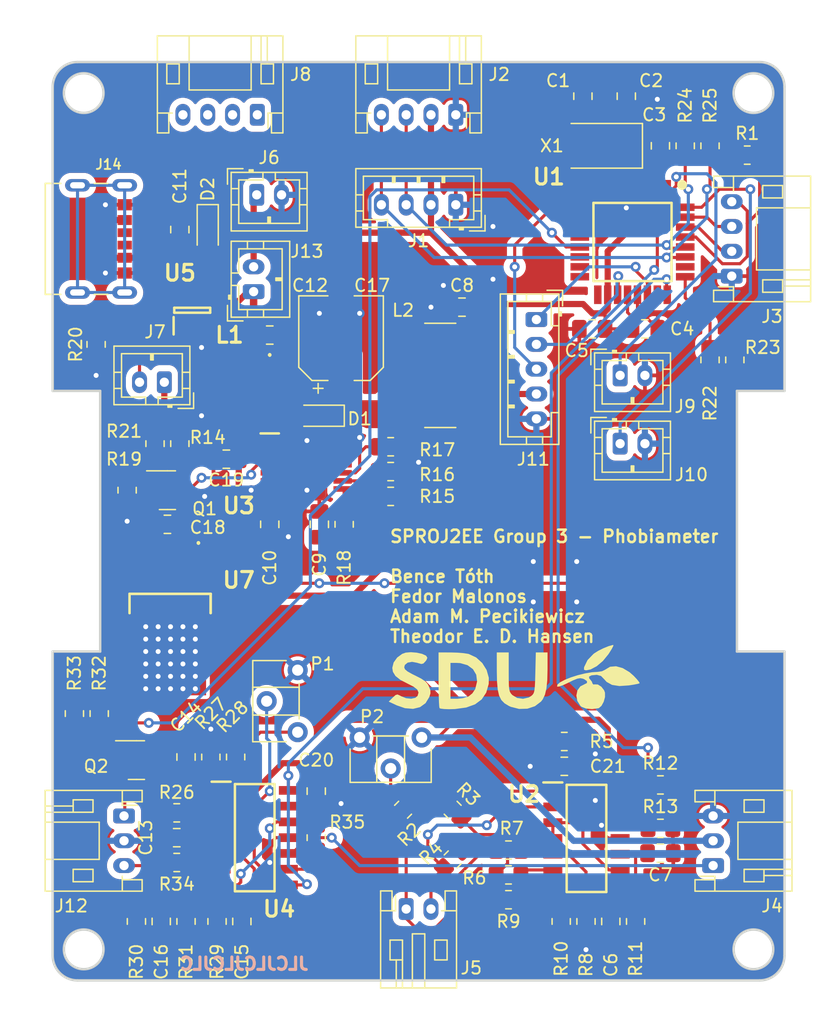
<source format=kicad_pcb>
(kicad_pcb (version 20221018) (generator pcbnew)
  (layers (0 "F.Cu" signal) (31 "B.Cu" signal) (34 "B.Paste" user) (35 "F.Paste" user) (36 "B.SilkS" user "B.Silkscreen") (37 "F.SilkS" user "F.Silkscreen") (38 "B.Mask" user) (39 "F.Mask" user) (44 "Edge.Cuts" user))
  (net 0 "")
  (net 1 "GND")
  (net 2 "+5V")
  (net 3 "INV_C")
  (net 4 "Net-(C6-Pad2)")
  (net 5 "Non_INV_C")
  (net 6 "Net-(C9-Pad1)")
  (net 7 "Net-(U3-SS)")
  (net 8 "VBUS")
  (net 9 "+BATT")
  (net 10 "SCL")
  (net 11 "SDA")
  (net 12 "~{RESET}")
  (net 13 "TX")
  (net 14 "RX")
  (net 15 "A0")
  (net 16 "Net-(J5-Pin_1)")
  (net 17 "INV_A")
  (net 18 "Net-(J7-Pin_1)")
  (net 19 "ADC7")
  (net 20 "ADC6")
  (net 21 "PD2")
  (net 22 "Net-(Q1-D)")
  (net 23 "Out_A")
  (net 24 "Net-(R3-Pad2)")
  (net 25 "INV_B")
  (net 26 "Non_INV_B")
  (net 27 "Out_B")
  (net 28 "INV_D")
  (net 29 "A1")
  (net 30 "Net-(U3-FREQ)")
  (net 31 "Net-(U1-PC2_(ADC2{slash}PTCY))")
  (net 46 "Net-(J12-Pin_3)")
  (net 47 "Non_INV_A_1")
  (net 48 "INV_A_1")
  (net 49 "Out_A_1")
  (net 50 "Net-(C15-Pad1)")
  (net 51 "Non_INV_B_1")
  (net 52 "INV_B_1")
  (net 53 "Non_INV_C_1")
  (net 54 "Net-(J12-Pin_1)")
  (net 55 "INV_D_1")
  (net 56 "Net-(Q2-D)")
  (net 57 "INV_C_1")
  (net 58 "/XTAL2")
  (net 59 "/XTAL1")
  (net 60 "/SW_1")
  (net 61 "/Feedback")
  (net 62 "Net-(U3-COMP)")
  (net 63 "Net-(J13-Pin_2)")
  (net 64 "PD3")
  (net 66 "Non_INV_D_1")
  (net 67 "PI_EN")
  (net 68 "Out_C_1")
  (net 69 "Net-(J7-Pin_2)")
  (net 70 "Net-(U5-PROG)")
  (net 71 "Net-(D1-K)")
  (net 72 "PD5")
  (net 75 "Net-(J14-SHIELD-PadS1)")
  (footprint "Resistor_SMD:R_0805_2012Metric_Pad1.20x1.40mm_HandSolder" (layer "F.Cu") (at 164.75 91.5 90)
    (fp_text reference "R22")
    (fp_text value "10k" hide)
  )
  (footprint "Resistor_SMD:R_0805_2012Metric_Pad1.20x1.40mm_HandSolder" (layer "F.Cu") (at 139 98.5 180)
    (fp_text reference "R17")
    (fp_text value "R" hide)
  )
  (footprint "SamacSys_Parts:SOIC127P600X173-14N" (layer "F.Cu") (at 154.789 130.06)
    (fp_text reference "U2")
    (fp_text value "LMV324BG-13" hide)
  )
  (footprint "Downloads:Logo_V11" (layer "F.Cu") (at 149 117)
    (fp_text reference "G***" hide)
    (fp_text value "LOGO" hide)
  )
  (footprint "Resistor_SMD:R_0805_2012Metric_Pad1.20x1.40mm_HandSolder" (layer "F.Cu") (at 144 131.75 -135)
    (fp_text reference "R4")
    (fp_text value "R" hide)
  )
  (footprint "Capacitor_SMD:C_0805_2012Metric_Pad1.18x1.45mm_HandSolder" (layer "F.Cu") (at 133 126.25 -90)
    (fp_text reference "C20")
    (fp_text value "100n" hide)
  )
  (footprint "Capacitor_SMD:C_0805_2012Metric_Pad1.18x1.45mm_HandSolder" (layer "F.Cu") (at 133.25 104.75 90)
    (fp_text reference "C9")
    (fp_text value "C" hide)
  )
  (footprint "Resistor_SMD:R_0805_2012Metric_Pad1.20x1.40mm_HandSolder" (layer "F.Cu") (at 122 98.25 90)
    (fp_text reference "R14")
    (fp_text value "R" hide)
  )
  (footprint "Capacitor_SMD:C_0805_2012Metric_Pad1.18x1.45mm_HandSolder" (layer "F.Cu") (at 153 124.25 180)
    (fp_text reference "C21")
    (fp_text value "100n" hide)
  )
  (footprint "Potentiometer_THT:Potentiometer_ACP_CA6-H2,5_Horizontal" (layer "F.Cu") (at 141.499999 121.925 -90)
    (fp_text reference "P2")
    (fp_text value "R_Potentiometer" hide)
  )
  (footprint "Connector_JST:JST_PH_S4B-PH-K_1x04_P2.00mm_Horizontal" (layer "F.Cu") (at 128.25 71.75 180)
    (fp_text reference "J8")
    (fp_text value "Conn_01x04_Pin" hide)
  )
  (footprint "Resistor_SMD:R_0805_2012Metric_Pad1.20x1.40mm_HandSolder" (layer "F.Cu") (at 153 122.25)
    (fp_text reference "R5")
    (fp_text value "R" hide)
  )
  (footprint "SamacSys_Parts:SDR04035R6ML" (layer "F.Cu") (at 127.6 93.75 -90)
    (fp_text reference "L1")
    (fp_text value "SDR0403-5R6ML" hide)
  )
  (footprint "Resistor_SMD:R_0805_2012Metric_Pad1.20x1.40mm_HandSolder" (layer "F.Cu") (at 125 136.75 90)
    (fp_text reference "R29")
    (fp_text value "R" hide)
  )
  (footprint "Capacitor_SMD:C_0805_2012Metric_Pad1.18x1.45mm_HandSolder" (layer "F.Cu") (at 121 104.75)
    (fp_text reference "C18")
    (fp_text value "C" hide)
  )
  (footprint "Package_TO_SOT_SMD:SOT-23" (layer "F.Cu") (at 121 102)
    (fp_text reference "Q1")
    (fp_text value "Q_NMOS_GSD" hide)
  )
  (footprint "Capacitor_SMD:C_0805_2012Metric_Pad1.18x1.45mm_HandSolder" (layer "F.Cu") (at 160.75 131.25)
    (fp_text reference "C7")
    (fp_text value "C" hide)
  )
  (footprint "Capacitor_SMD:C_0805_2012Metric_Pad1.18x1.45mm_HandSolder" (layer "F.Cu") (at 125.75 99.5 180)
    (fp_text reference "C19")
    (fp_text value "4.7u" hide)
  )
  (footprint "Diode_SMD:D_SOD-323_HandSoldering" (layer "F.Cu") (at 124.25 81 -90)
    (fp_text reference "D2")
    (fp_text value "D" hide)
  )
  (footprint "Resistor_SMD:R_0805_2012Metric_Pad1.20x1.40mm_HandSolder" (layer "F.Cu") (at 140 127.75 -135)
    (fp_text reference "R2")
    (fp_text value "R" hide)
  )
  (footprint "Resistor_SMD:R_0805_2012Metric_Pad1.20x1.40mm_HandSolder" (layer "F.Cu") (at 122.5 136.75 90)
    (fp_text reference "R31")
    (fp_text value "R" hide)
  )
  (footprint "Resistor_SMD:R_0805_2012Metric_Pad1.20x1.40mm_HandSolder" (layer "F.Cu") (at 148.5 131)
    (fp_text reference "R7")
    (fp_text value "R" hide)
  )
  (footprint "Connector_JST:JST_PH_B2B-PH-K_1x02_P2.00mm_Vertical" (layer "F.Cu") (at 127.95 86 90)
    (fp_text reference "J13")
    (fp_text value "Conn_01x02_Pin" hide)
  )
  (footprint "Capacitor_SMD:C_0805_2012Metric_Pad1.18x1.45mm_HandSolder" (layer "F.Cu") (at 158 70.25 90)
    (fp_text reference "C2")
    (fp_text value "10p" hide)
  )
  (footprint "Resistor_SMD:R_0805_2012Metric_Pad1.20x1.40mm_HandSolder" (layer "F.Cu") (at 120 98.25 -90)
    (fp_text reference "R21")
    (fp_text value "R" hide)
  )
  (footprint "SamacSys_Parts:QFP80P900X900X120-32N" (layer "F.Cu") (at 158.5 82 -90)
    (fp_text reference "U1")
    (fp_text value "ATMEGA328PB-AU" hide)
  )
  (footprint "Resistor_SMD:R_0805_2012Metric_Pad1.20x1.40mm_HandSolder" (layer "F.Cu") (at 152.75 136.75 -90)
    (fp_text reference "R10")
    (fp_text value "R" hide)
  )
  (footprint "Package_TO_SOT_SMD:SOT-23" (layer "F.Cu") (at 118.5 123.75)
    (fp_text reference "Q2")
    (fp_text value "Q_PMOS_GSD" hide)
  )
  (footprint "Capacitor_SMD:C_0805_2012Metric_Pad1.18x1.45mm_HandSolder" (layer "F.Cu") (at 127 136.75 90)
    (fp_text reference "C15")
    (fp_text value "100n" hide)
  )
  (footprint "Resistor_SMD:R_0805_2012Metric_Pad1.20x1.40mm_HandSolder" (layer "F.Cu") (at 118.5 136.75 90)
    (fp_text reference "R30")
    (fp_text value "R" hide)
  )
  (footprint "Capacitor_SMD:C_0805_2012Metric_Pad1.18x1.45mm_HandSolder" (layer "F.Cu") (at 155.25 89 180)
    (fp_text reference "C5")
    (fp_text value "100n" hide)
  )
  (footprint "Capacitor_SMD:C_0805_2012Metric_Pad1.18x1.45mm_HandSolder" (layer "F.Cu") (at 154.5 70.25 90)
    (fp_text reference "C1")
    (fp_text value "10p" hide)
  )
  (footprint "Resistor_SMD:R_0805_2012Metric_Pad1.20x1.40mm_HandSolder" (layer "F.Cu") (at 139 102.5)
    (fp_text reference "R15")
    (fp_text value "R" hide)
  )
  (footprint "Inductor_SMD:L_Bourns-SRN8040_8x8.15mm" (layer "F.Cu") (at 143 92.75)
    (fp_text reference "L2")
    (fp_text value "L" hide)
  )
  (footprint "Capacitor_SMD:C_0805_2012Metric_Pad1.18x1.45mm_HandSolder" (layer "F.Cu") (at 129.25 89.5)
    (fp_text reference "C12")
    (fp_text value "4.7u" hide)
  )
  (footprint "Resistor_SMD:R_0805_2012Metric_Pad1.20x1.40mm_HandSolder" (layer "F.Cu") (at 148.5 133)
    (fp_text reference "R6")
    (fp_text value "R" hide)
  )
  (footprint "Crystal:Crystal_SMD_5032-2Pin_5.0x3.2mm" (layer "F.Cu") (at 156.25 74.25 180)
    (fp_text reference "X1")
    (fp_text value "Crystal" hide)
  )
  (footprint "Resistor_SMD:R_0805_2012Metric_Pad1.20x1.40mm_HandSolder" (layer "F.Cu") (at 160.75 129.25 180)
    (fp_text reference "R13")
    (fp_text value "R" hide)
  )
  (footprint "Connector_JST:JST_PH_B2B-PH-K_1x02_P2.00mm_Vertical" (layer "F.Cu") (at 120.75 93.3 180)
    (fp_text reference "J7")
    (fp_text value "Conn_01x02_Pin" hide)
  )
  (footprint "Capacitor_SMD:C_0805_2012Metric_Pad1.18x1.45mm_HandSolder" (layer "F.Cu") (at 160.75 74.25 90)
    (fp_text reference "C3")
    (fp_text value "100n" hide)
  )
  (footprint "SamacSys_Parts:MC7805CDTG" (layer "F.Cu") (at 121.215 113.402 180)
    (fp_text reference "U7")
    (fp_text value "MC7805CDTG" hide)
  )
  (footprint "Connector_JST:JST_PH_B2B-PH-K_1x02_P2.00mm_Vertical" (layer "F.Cu") (at 157.5 98.25)
    (fp_text reference "J10")
    (fp_text value "Conn_01x02_Pin" hide)
  )
  (footprint "Resistor_SMD:R_0805_2012Metric_Pad1.20x1.40mm_HandSolder" (layer "F.Cu") (at 115.5 120 -90)
    (fp_text reference "R32")
    (fp_text value "R" hide)
  )
  (footprint "Capacitor_SMD:C_0805_2012Metric_Pad1.18x1.45mm_HandSolder" (layer "F.Cu") (at 121.75 130)
    (fp_text reference "C13")
    (fp_text value "100n" hide)
  )
  (footprint "Connector_JST:JST_PH_S4B-PH-K_1x04_P2.00mm_Horizontal" (layer "F.Cu") (at 144.25 71.75 180)
    (fp_text reference "J2")
    (fp_text value "Conn_01x04_Pin" hide)
  )
  (footprint "SamacSys_Parts:SOT95P270X145-5N" (layer "F.Cu") (at 123 87.5 90)
    (fp_text reference "U5")
    (fp_text value "MCP73831T-2ACI_OT" hide)
  )
  (footprint "Connector_JST:JST_PH_S4B-PH-K_1x04_P2.00mm_Horizontal" (layer "F.Cu") (at 166.5 84.75 90)
    (fp_text reference "J3")
    (fp_text value "Conn_01x04_Pin" hide)
  )
  (footprint "Resistor_SMD:R_0805_2012Metric_Pad1.20x1.40mm_HandSolder" (layer "F.Cu") (at 164.75 74.25 90)
    (fp_text reference "R25")
    (fp_text value "R" hide)
  )
  (footprint "Resistor_SMD:R_0805_2012Metric_Pad1.20x1.40mm_HandSolder" (layer "F.Cu") (at 121.75 128)
    (fp_text reference "R26")
    (fp_text value "R" hide)
  )
  (footprint "Resistor_SMD:R_0805_2012Metric_Pad1.20x1.40mm_HandSolder" (layer "F.Cu") (at 160.75 125.75 180)
    (fp_text reference "R12")
    (fp_text value "R" hide)
  )
  (footprint "Connector_JST:JST_PH_S2B-PH-K_1x02_P2.00mm_Horizontal" (layer "F.Cu") (at 140.25 135.75)
    (fp_text reference "J5")
    (fp_text value "Conn_01x02_Pin" hide)
  )
  (footprint "Resistor_SMD:R_0805_2012Metric_Pad1.20x1.40mm_HandSolder" (layer "F.Cu") (at 133 130 90)
    (fp_text reference "R35")
    (fp_text value "0R" hide)
  )
  (footprint "Capacitor_SMD:C_0805_2012Metric_Pad1.18x1.45mm_HandSolder" (layer "F.Cu") (at 129.25 104.75 -90)
    (fp_text reference "C10")
    (fp_text value "C" hide)
  )
  (footprint "Resistor_SMD:R_0805_2012Metric_Pad1.20x1.40mm_HandSolder" (layer "F.Cu") (at 158.75 136.75 90)
    (fp_text reference "R11")
    (fp_text value "R" hide)
  )
  (footprint "Connector_JST:JST_PH_S3B-PH-K_1x03_P2.00mm_Horizontal" (layer "F.Cu") (at 165 132.251 90)
    (fp_text reference "J4")
    (fp_text value "Conn_01x03_Pin" hide)
  )
  (footprint "Resistor_SMD:R_0805_2012Metric_Pad1.20x1.40mm_HandSolder" (layer "F.Cu") (at 115.25 90.25 90)
    (fp_text reference "R20")
    (fp_text value "R" hide)
  )
  (footprint "Resistor_SMD:R_0805_2012Metric_Pad1.20x1.40mm_HandSolder" (layer "F.Cu") (at 167.75 75 180)
    (fp_text reference "R1")
    (fp_text value "10k" hide)
  )
  (footprint "Capacitor_SMD:C_0805_2012Metric_Pad1.18x1.45mm_HandSolder" (layer "F.Cu") (at 156.75 136.75 -90)
    (fp_text reference "C6")
    (fp_text value "C" hide)
  )
  (footprint "Capacitor_SMD:C_0805_2012Metric_Pad1.18x1.45mm_HandSolder" (layer "F.Cu") (at 122 81 90)
    (fp_text reference "C11")
    (fp_text value "4.7u" hide)
  )
  (footprint "Connector_JST:JST_PH_B4B-PH-K_1x04_P2.00mm_Vertical" (layer "F.Cu") (at 144.25 79 180)
    (fp_text reference "J1")
    (fp_text value "Conn_01x04_Pin" hide)
  )
  (footprint "Resistor_SMD:R_0805_2012Metric_Pad1.20x1.40mm_HandSolder" (layer "F.Cu") (at 121.75 132)
    (fp_text reference "R34")
    (fp_text value "R" hide)
  )
  (footprint "Resistor_SMD:R_0805_2012Metric_Pad1.20x1.40mm_HandSolder" (layer "F.Cu") (at 126.5 123.5 -90)
    (fp_text reference "R28")
    (fp_text value "R" hide)
  )
  (footprint "Capacitor_SMD:C_0805_2012Metric_Pad1.18x1.45mm_HandSolder" (layer "F.Cu") (at 159.5 89)
    (fp_text reference "C4")
    (fp_text value "100n" hide)
  )
  (footprint "SamacSys_Parts:SOP65P640X120-15N" (layer "F.Cu") (at 132.188 99.95)
    (fp_text reference "U3")
    (fp_text value "TPS61175PWPR" hide)
  )
  (footprint "Diode_SMD:D_SOD-323_HandSoldering" (layer "F.Cu") (at 133.25 96 180)
    (fp_text reference "D1")
    (fp_text value "D" hide)
  )
  (footprint "Resistor_SMD:R_0805_2012Metric_Pad1.20x1.40mm_HandSolder" (layer "F.Cu") (at 162.75 74.25 -90)
    (fp_text reference "R24")
    (fp_text value "R" hide)
  )
  (footprint "Potentiometer_THT:Potentiometer_ACP_CA6-H2,5_Horizontal" (layer "F.Cu") (at 131.5 121.5 180)
    (fp_text reference "P1")
    (fp_text value "R_Potentiometer" hide)
  )
  (footprint "Capacitor_SMD:C_0805_2012Metric_Pad1.18x1.45mm_HandSolder" (layer "F.Cu") (at 120.5 136.75 -90)
    (fp_text reference "C16")
    (fp_text value "100n" hide)
  )
  (footprint "Resistor_SMD:R_0805_2012Metric_Pad1.20x1.40mm_HandSolder" (layer "F.Cu") (at 135.25 104.75 90)
    (fp_text reference "R18")
    (fp_text value "R" hide)
  )
  (footprint "Connector_JST:JST_PH_B2B-PH-K_1x02_P2.00mm_Vertical" (layer "F.Cu") (at 157.5 92.75)
    (fp_text reference "J9")
    (fp_text value "Conn_01x02_Pin" hide)
  )
  (footprint "Connector_JST:JST_PH_B2B-PH-K_1x02_P2.00mm_Vertical" (layer "F.Cu") (at 128.2 78.2)
    (fp_text reference "J6")
    (fp_text value "Conn_01x02_Pin" hide)
  )
  (footprint "Resistor_SMD:R_0805_2012Metric_Pad1.20x1.40mm_HandSolder" (layer "F.Cu") (at 144 127.75 -45)
    (fp_text reference "R3")
    (fp_text value "R" hide)
  )
  (footprint "Resistor_SMD:R_0805_2012Metric_Pad1.20x1.40mm_HandSolder" (layer "F.Cu") (at 117.75 102 90)
    (fp_text reference "R19")
    (fp_text value "R" hide)
  )
  (footprint "Connector_JST:JST_PH_B5B-PH-K_1x05_P2.00mm_Vertical" (layer "F.Cu") (at 150.75 88.25 -90)
    (fp_text reference "J11")
    (fp_text value "Conn_01x05_Pin" hide)
  )
  (footprint "Resistor_SMD:R_0805_2012Metric_Pad1.20x1.40mm_HandSolder" (layer "F.Cu") (at 113.5 120 90)
    (fp_text reference "R33")
    (fp_text value "R" hide)
  )
  (footprint "Capacitor_SMD:C_0805_2012Metric_Pad1.18x1.45mm_HandSolder" (layer "F.Cu") (at 144.75 87.25 180)
    (fp_text reference "C8")
    (fp_text value "C" hide)
  )
  (footprint "Resistor_SMD:R_0805_2012Metric_Pad1.20x1.40mm_HandSolder" (layer "F.Cu") (at 139 100.5 180)
    (fp_text reference "R16")
    (fp_text value "R" hide)
  )
  (footprint "Resistor_SMD:R_0805_2012Metric_Pad1.20x1.40mm_HandSolder" (layer "F.Cu") (at 124.5 123.5 -90)
    (fp_text reference "R27")
    (fp_text value "R" hide)
  )
  (footprint "Resistor_SMD:R_0805_2012Metric_Pad1.20x1.40mm_HandSolder" (layer "F.Cu") (at 154.75 136.75 90)
    (fp_text reference "R8")
    (fp_text value "R" hide)
  )
  (footprint "Capacitor_SMD:C_0805_2012Metric_Pad1.18x1.45mm_HandSolder" (layer "F.Cu") (at 122.5 123.5 90)
    (fp_text reference "C14")
    (fp_text value "100n" hide)
  )
  (footprint "New folder:CUI_UJC-HP-3-SMT-TR" (layer "F.Cu") (at 117.55 81.75 -90)
    (fp_text reference "J14")
    (fp_text value "UJC-HP-3-SMT-TR")
  )
  (footprint "Resistor_SMD:R_0805_2012Metric_Pad1.20x1.40mm_HandSolder" (layer "F.Cu") (at 166.75 91.5 -90)
    (fp_text reference "R23")
    (fp_text value "10k" hide)
  )
  (footprint "Resistor_SMD:R_0805_2012Metric_Pad1.20x1.40mm_HandSolder" (layer "F.Cu") (at 148.5 135)
    (fp_text reference "R9")
    (fp_text value "R" hide)
  )
  (footprint "Connector_JST:JST_PH_S3B-PH-K_1x03_P2.00mm_Horizontal" (layer "F.Cu") (at 117.5 128.25 -90)
    (fp_text reference "J12")
    (fp_text value "Conn_01x03_Pin" hide)
  )
  (footprint "SamacSys_Parts:SOIC127P600X173-14N" (layer "F.Cu") (at 128.039 130)
    (fp_text reference "U4")
    (fp_text value "LMV324BG-13" hide)
  )
  (footprint "Capacitor_SMD:CP_Elec_6.3x5.4" (layer "F.Cu") (at 135 89.75 90)
    (fp_text reference "C17")
    (fp_text value "100n" hide)
  )
  (gr_line (start 113.75 141.5) (end 168.75 141.5) (stroke (width 0.2)) (layer "Edge.Cuts"))
  (gr_line (start 170.75 115) (end 166.921573 115) (stroke (width 0.2)) (layer "Edge.Cuts"))
  (gr_line (start 111.75 69.5) (end 111.75 94) (stroke (width 0.2)) (layer "Edge.Cuts"))
  (gr_circle (center 114.25 70) (end 115.85 70) (stroke (width 0.2)) (fill none) (layer "Edge.Cuts"))
  (gr_arc (start 111.75 69.5) (mid 112.335786 68.085786) (end 113.75 67.5) (stroke (width 0.2)) (layer "Edge.Cuts"))
  (gr_line (start 168.75 67.5) (end 113.75 67.5) (stroke (width 0.2)) (layer "Edge.Cuts"))
  (gr_line (start 170.75 94) (end 170.75 69.5) (stroke (width 0.2)) (layer "Edge.Cuts"))
  (gr_circle (center 168.25 139) (end 169.85 139) (stroke (width 0.2)) (fill none) (layer "Edge.Cuts"))
  (gr_line (start 111.75 115) (end 111.75 139.5) (stroke (width 0.2)) (layer "Edge.Cuts"))
  (gr_line (start 166.921573 115) (end 166.921573 94) (stroke (width 0.2)) (layer "Edge.Cuts"))
  (gr_arc (start 168.75 67.5) (mid 170.164214 68.085786) (end 170.75 69.5) (stroke (width 0.2)) (layer "Edge.Cuts"))
  (gr_line (start 166.921573 94) (end 170.75 94) (stroke (width 0.2)) (layer "Edge.Cuts"))
  (gr_line (start 170.75 139.5) (end 170.75 115) (stroke (width 0.2)) (layer "Edge.Cuts"))
  (gr_arc (start 170.75 139.5) (mid 170.164214 140.914214) (end 168.75 141.5) (stroke (width 0.2)) (layer "Edge.Cuts"))
  (gr_line (start 111.75 94) (end 115.578427 94) (stroke (width 0.2)) (layer "Edge.Cuts"))
  (gr_circle (center 168.25 70) (end 169.85 70) (stroke (width 0.2)) (fill none) (layer "Edge.Cuts"))
  (gr_line (start 115.578427 115) (end 111.75 115) (stroke (width 0.2)) (layer "Edge.Cuts"))
  (gr_line (start 115.578427 94) (end 115.578427 115) (stroke (width 0.2)) (layer "Edge.Cuts"))
  (gr_circle (center 114.25 139) (end 115.85 139) (stroke (width 0.2)) (fill none) (layer "Edge.Cuts"))
  (gr_arc (start 113.75 141.5) (mid 112.335786 140.914214) (end 111.75 139.5) (stroke (width 0.2)) (layer "Edge.Cuts"))
  (gr_text "JLCJLCJLCJLC" (at 132.5 140.75) (layer "B.SilkS") (effects (font (size 1 1) (thickness 0.25) bold) (justify left bottom mirror)))
  (gr_text "SPROJ2EE Group 3 - Phobiameter\n\nBence Tóth\nFedor Malonos\nAdam M. Pecikiewicz\nTheodor E. D. Hansen" (at 138.843189 109.75) (layer "F.SilkS") (effects (font (size 1 1) (thickness 0.2) bold) (justify left)))
  (segment (start 129.75 130) (end 130.75 130) (width 0.25) (layer "F.Cu") (net 1))
  (segment (start 156 129) (end 156 129.5) (width 0.25) (layer "F.Cu") (net 1))
  (segment (start 132.188 99.95) (end 133.25 98.888) (width 0.25) (layer "F.Cu") (net 1))
  (segment (start 133.25 98.888) (end 133.25 88.75) (width 0.25) (layer "F.Cu") (net 1))
  (segment (start 156.56 130.06) (end 157.5 130.06) (width 0.25) (layer "F.Cu") (net 1))
  (segment (start 135.126 98) (end 136.25 98) (width 0.25) (layer "F.Cu") (net 1))
  (segment (start 150.25 124.25) (end 151.9625 124.25) (width 0.25) (layer "F.Cu") (net 1))
  (segment (start 140 100.5) (end 140.25 100.5) (width 0.25) (layer "F.Cu") (net 1))
  (segment (start 155 122.25) (end 155.5 122.75) (width 0.25) (layer "F.Cu") (net 1))
  (segment (start 156 129.5) (end 156.56 130.06) (width 0.25) (layer "F.Cu") (net 1))
  (segment (start 129.15 102) (end 129.25 101.9) (width 0.25) (layer "F.Cu") (net 1))
  (segment (start 124.5 121.25) (end 124.5 122.5) (width 0.5) (layer "F.Cu") (net 1))
  (segment (start 158 77.85) (end 158.1 77.75) (width 0.25) (layer "F.Cu") (net 1))
  (segment (start 135 127.25) (end 133.0375 127.25) (width 0.25) (layer "F.Cu") (net 1))
  (segment (start 135.126 99.3) (end 135.126 98.65) (width 0.25) (layer "F.Cu") (net 1))
  (segment (start 158.9 87.3625) (end 158.9 86.25) (width 0.25) (layer "F.Cu") (net 1))
  (segment (start 160.75 70.75) (end 160.5 70.5) (width 0.25) (layer "F.Cu") (net 1))
  (segment (start 136.25 98) (end 136.5 97.75) (width 0.25) (layer "F.Cu") (net 1))
  (segment (start 129.25 101.25) (end 129.25 101.9) (width 0.25) (layer "F.Cu") (net 1))
  (segment (start 127.75 102) (end 129.15 102) (width 0.25) (layer "F.Cu") (net 1))
  (segment (start 140.25 98.5) (end 140 98.5) (width 0.25) (layer "F.Cu") (net 1))
  (segment (start 154 122.25) (end 155 122.25) (width 0.25) (layer "F.Cu") (net 1))
  (segment (start 133.0375 127.25) (end 133 127.2875) (width 0.25) (layer "F.Cu") (net 1))
  (segment (start 154.75 139.0255) (end 154.75 137.75) (width 0.25) (layer "F.Cu") (net 1))
  (segment (start 135 87) (end 135 86.95) (width 0.25) (layer "F.Cu") (net 1))
  (segment (start 160.5375 89) (end 158.9 87.3625) (width 0.25) (layer "F.Cu") (net 1))
  (segment (start 158 79.25) (end 158 77.85) (width 0.25) (layer "F.Cu") (net 1))
  (segment (start 135.126 98.65) (end 135.126 98) (width 0.25) (layer "F.Cu") (net 1))
  (segment (start 160.75 73.2125) (end 160.75 70.75) (width 0.25) (layer "F.Cu") (net 1))
  (segment (start 129.25 130.5) (end 129.75 130) (width 0.25) (layer "F.Cu") (net 1))
  (segment (start 135.126 98) (end 132.25 98) (width 0.25) (layer "F.Cu") (net 1))
  (segment (start 129.25 132) (end 129.25 130.5) (width 0.25) (layer "F.Cu") (net 1))
  (segment (start 133.25 88.75) (end 135 87) (width 0.25) (layer "F.Cu") (net 1))
  (segment (start 155.5 122.75) (end 155.5 123.25) (width 0.25) (layer "F.Cu") (net 1))
  (via (at 160.5 70.5) (size 0.8) (drill 0.4) (layers "F.Cu" "B.Cu") (net 1))
  (via (at 154 111) (size 0.8) (drill 0.4) (layers "F.Cu" "B.Cu") (net 1))
  (via (at 122.25 117) (size 0.8) (drill 0.4) (layers "F.Cu" "B.Cu") (net 1))
  (via (at 120.25 118) (size 0.8) (drill 0.4) (layers "F.Cu" "B.Cu") (net 1))
  (via (at 156 129) (size 0.8) (drill 0.4) (layers "F.Cu" "B.Cu") (net 1))
  (via (at 115.25 92.75) (size 0.8) (drill 0.4) (layers "F.Cu" "B.Cu") (net 1))
  (via (at 124 102.5) (size 0.8) (drill 0.4) (layers "F.Cu" "B.Cu") (net 1))
  (via (at 150.5 107.75) (size 0.8) (drill 0.4) (layers "F.Cu" "B.Cu") (net 1))
  (via (at 147.25 85) (size 0.8) (drill 0.4) (layers "F.Cu" "B.Cu") (net 1))
  (via (at 122.25 118) (size 0.8) (drill 0.4) (layers "F.Cu" "B.Cu") (net 1))
  (via (at 122.25 115) (size 0.8) (drill 0.4) (layers "F.Cu" "B.Cu") (net 1))
  (via (at 121.25 116) (size 0.8) (drill 0.4) (layers "F.Cu" "B.Cu") (net 1))
  (via (at 116 79) (size 0.8) (drill 0.4) (layers "F.Cu" "B.Cu") (net 1))
  (via (at 154.75 139.0255) (size 0.8) (drill 0.4) (layers "F.Cu" "B.Cu") (net 1))
  (via (at 132.25 102) (size 0.8) (drill 0.4) (layers "F.Cu" "B.Cu") (net 1))
  (via (at 120.25 115) (size 0.8) (drill 0.4) (layers "F.Cu" "B.Cu") (net 1))
  (via (at 123.25 113) (size 0.8) (drill 0.4) (layers "F.Cu" "B.Cu") (net 1))
  (via (at 117.75 104.5) (size 0.8) (drill 0.4) (layers "F.Cu" "B.Cu") (net 1))
  (via (at 147.25 80.75) (size 0.8) (drill 0.4) (layers "F.Cu" "B.Cu") (net 1))
  (via (at 123.25 117) (size 0.8) (drill 0.4) (layers "F.Cu" "B.Cu") (net 1))
  (via (at 136.5 87.75) (size 0.8) (drill 0.4) (layers "F.Cu" "B.Cu") (net 1))
  (via (at 120.25 113) (size 0.8) (drill 0.4) (layers "F.Cu" "B.Cu") (net 1))
  (via (at 122.25 116) (size 0.8) (drill 0.4) (layers "F.Cu" "B.Cu") (net 1))
  (via (at 142.25 87.25) (size 0.8) (drill 0.4) (layers "F.Cu" "B.Cu") (net 1))
  (via (at 119.25 117) (size 0.8) (drill 0.4) (layers "F.Cu" "B.Cu") (net 1))
  (via (at 154 107.75) (size 0.8) (drill 0.4) (layers "F.Cu" "B.Cu") (net 1))
  (via (at 120.25 116) (size 0.8) (drill 0.4) (layers "F.Cu" "B.Cu") (net 1))
  (via (at 120.25 117) (size 0.8) (drill 0.4) (layers "F.Cu" "B.Cu") (net 1))
  (via (at 119.25 116) (size 0.8) (drill 0.4) (layers "F.Cu" "B.Cu") (net 1))
  (via (at 123.25 114) (size 0.8) (drill 0.4) (layers "F.Cu" "B.Cu") (net 1))
  (via (at 130.75 105.75) (size 0.8) (drill 0.4) (layers "F.Cu" "B.Cu") (net 1))
  (via (at 123.25 116) (size 0.8) (drill 0.4) (layers "F.Cu" "B.Cu") (net 1))
  (via (at 120.25 114) (size 0.8) (drill 0.4) (layers "F.Cu" "B.Cu") (net 1))
  (via (at 121.25 114) (size 0.8) (drill 0.4) (layers "F.Cu" "B.Cu") (net 1))
  (via (at 122.25 114) (size 0.8) (drill 0.4) (layers "F.Cu" "B.Cu") (net 1))
  (via (at 123.75 90.5) (size 0.8) (drill 0.4) (layers "F.Cu" "B.Cu") (net 1))
  (via (at 132.25 98) (size 0.8) (drill 0.4) (layers "F.Cu" "B.Cu") (net 1))
  (via (at 124.5 121.25) (size 0.8) (drill 0.4) (layers "F.Cu" "B.Cu") (net 1))
  (via (at 123.25 118) (size 0.8) (drill 0.4) (layers "F.Cu" "B.Cu") (net 1))
  (via (at 143.25 85.5) (size 0.8) (drill 0.4) (layers "F.Cu" "B.Cu") (net 1))
  (via (at 135 127.25) (size 0.8) (drill 0.4) (layers "F.Cu" "B.Cu") (net 1))
  (via (at 116 84.5) (size 0.8) (drill 0.4) (layers "F.Cu" "B.Cu") (net 1))
  (via (at 121.25 118) (size 0.8) (drill 0.4) (layers "F.Cu" "B.Cu") (net 1))
  (via (at 127.75 102) (size 0.8) (drill 0.4) (layers "F.Cu" "B.Cu") (net 1))
  (via (at 158 79.25) (size 0.8) (drill 0.4) (layers "F.Cu" "B.Cu") (net 1))
  (via (at 141.25 99.75) (size 0.8) (drill 0.4) (layers "F.Cu" "B.Cu") (net 1))
  (via (at 155.5 123.25) (size 0.8) (drill 0.4) (layers "F.Cu" "B.Cu") (net 1))
  (via (at 121.25 117) (size 0.8) (drill 0.4) (layers "F.Cu" "B.Cu") (net 1))
  (via (at 155.5 127) (size 0.8) (drill 0.4) (layers "F.Cu" "B.Cu") (net 1))
  (via (at 150.5 111) (size 0.8) (drill 0.4) (layers "F.Cu" "B.Cu") (net 1))
  (via (at 136.5 97.75) (size 0.8) (drill 0.4) (layers "F.Cu" "B.Cu") (net 1))
  (via (at 119.25 115) (size 0.8) (drill 0.4) (layers "F.Cu" "B.Cu") (net 1))
  (via (at 150.25 124.25) (size 0.8) (drill 0.4) (layers "F.Cu" "B.Cu") (net 1))
  (via (at 119.25 118) (size 0.8) (drill 0.4) (layers "F.Cu" "B.Cu") (net 1))
  (via (at 123.75 96) (size 0.8) (drill 0.4) (layers "F.Cu" "B.Cu") (net 1))
  (via (at 123.25 115) (size 0.8) (drill 0.4) (layers "F.Cu" "B.Cu") (net 1))
  (via (at 133.25 87.75) (size 0.8) (drill 0.4) (layers "F.Cu" "B.Cu") (net 1))
  (via (at 121.25 113) (size 0.8) (drill 0.4) (layers "F.Cu" "B.Cu") (net 1))
  (via (at 119.25 114) (size 0.8) (drill 0.4) (layers "F.Cu" "B.Cu") (net 1))
  (via (at 129.25 132) (size 0.8) (drill 0.4) (layers "F.Cu" "B.Cu") (net 1))
  (via (at 122.25 113) (size 0.8) (drill 0.4) (layers "F.Cu" "B.Cu") (net 1))
  (via (at 119.25 113) (size 0.8) (drill 0.4) (layers "F.Cu" "B.Cu") (net 1))
  (via (at 121.25 115) (size 0.8) (drill 0.4) (layers "F.Cu" "B.Cu") (net 1))
  (segment (start 124.25 76.25) (end 124.25 79.75) (width 0.5) (layer "F.Cu") (net 2))
  (segment (start 152.078 130.06) (end 152.078 128.79) (width 0.25) (layer "F.Cu") (net 2))
  (segment (start 155.75 120.5) (end 156.5 121.25) (width 0.5) (layer "F.Cu") (net 2))
  (segment (start 136 110.5) (end 145.8 100.7) (width 0.5) (layer "F.Cu") (net 2))
  (segment (start 158.4625 88.0375) (end 158.4625 89) (width 0.25) (layer "F.Cu") (net 2))
  (segment (start 154.514949 87) (end 155.264949 87.75) (width 0.5) (layer "F.Cu") (net 2))
  (segment (start 145.7875 84.7875) (end 142.25 81.25) (width 0.5) (layer "F.Cu") (net 2))
  (segment (start 119.9625 105.7875) (end 119.9625 104.75) (width 0.5) (layer "F.Cu") (net 2))
  (segment (start 154.0375 128.2125) (end 153.46 128.79) (width 0.25) (layer "F.Cu") (net 2))
  (segment (start 162.75 73.25) (end 164.75 73.25) (width 0.25) (layer "F.Cu") (net 2))
  (segment (start 127.25 127.047918) (end 127.25 129.25) (width 0.5) (layer "F.Cu") (net 2))
  (segment (start 135.25 81.25) (end 134.5 80.5) (width 0.5) (layer "F.Cu") (net 2))
  (segment (start 158.1 87.675) (end 158.4625 88.0375) (width 0.25) (layer "F.Cu") (net 2))
  (segment (start 160.2125 75.2875) (end 158.9 76.6) (width 0.5) (layer "F.Cu") (net 2))
  (segment (start 156.15 87.75) (end 156.5 87.4) (width 0.5) (layer "F.Cu") (net 2))
  (segment (start 156.5 123.5) (end 155.75 124.25) (width 0.5) (layer "F.Cu") (net 2))
  (segment (start 166 73.25) (end 166.75 74) (width 0.25) (layer "F.Cu") (net 2))
  (segment (start 134.5 80.5) (end 134.5 76.25) (width 0.5) (layer "F.Cu") (net 2))
  (segment (start 124.25 130) (end 125.328 130) (width 0.25) (layer "F.Cu") (net 2))
  (segment (start 156.2875 89) (end 158.4625 89) (width 0.25) (layer "F.Cu") (net 2))
  (segment (start 117 108.5) (end 117.25 108.25) (width 0.25) (layer "F.Cu") (net 2))
  (segment (start 166.75 74) (end 166.75 75) (width 0.25) (layer "F.Cu") (net 2))
  (segment (start 116.5 116.75) (end 117 116.25) (width 0.25) (layer "F.Cu") (net 2))
  (segment (start 146.0375 87) (end 154.514949 87) (width 0.5) (layer "F.Cu") (net 2))
  (segment (start 118.93 108.25) (end 120.25 108.25) (width 0.5) (layer "F.Cu") (net 2))
  (segment (start 160.75 75) (end 160.75 75.2875) (width 0.25) (layer "F.Cu") (net 2))
  (segment (start 158.9 76.6) (end 158.9 77.75) (width 0.5) (layer "F.Cu") (net 2))
  (segment (start 145.8 100.7) (end 145.8 92.75) (width 0.5) (layer "F.Cu") (net 2))
  (segment (start 122.5 110.5) (end 136 110.5) (width 0.5) (layer "F.Cu") (net 2))
  (segment (start 118.93 106.82) (end 119.9625 105.7875) (width 0.5) (layer "F.Cu") (net 2))
  (segment (start 147.75 92.75) (end 149.25 94.25) (width 0.5) (layer "F.Cu") (net 2))
  (segment (start 144.75 120.5) (end 135.5 120.5) (width 0.5) (layer "F.Cu") (net 2))
  (segment (start 158.1 86.25) (end 158.1 87.675) (width 0.25) (layer "F.Cu") (net 2))
  (segment (start 142.25 81.25) (end 135.25 81.25) (width 0.5) (layer "F.Cu") (net 2))
  (segment (start 162.75 73.25) (end 162.5 73.25) (width 0.25) (layer "F.Cu") (net 2))
  (segment (start 115 116.75) (end 116.5 116.75) (width 0.25) (layer "F.Cu") (net 2))
  (segment (start 142.825 121.925) (end 141.499999 121.925) (width 0.25) (layer "F.Cu") (net 2))
  (segment (start 164.75 73.25) (end 166 73.25) (width 0.25) (layer "F.Cu") (net 2))
  (segment (start 153.46 128.79) (end 152.078 128.79) (width 0.25) (layer "F.Cu") (net 2))
  (segment (start 145.7875 87.25) (end 146.0375 87) (width 0.5) (layer "F.Cu") (net 2))
  (segment (start 156.5 86.25) (end 156.5 82.75) (width 0.5) (layer "F.Cu") (net 2))
  (segment (start 133 125.2125) (end 133 124.5) (width 0.25) (layer "F.Cu") (net 2))
  (segment (start 145.8 92.75) (end 147.75 92.75) (width 0.5) (layer "F.Cu") (net 2))
  (segment (start 132 124) (end 130.297918 124) (width 0.5) (layer "F.Cu") (net 2))
  (segment (start 117 116.25) (end 117 108.5) (width 0.25) (layer "F.Cu") (net 2))
  (segment (start 130.297918 124) (end 127.25 127.047918) (width 0.5) (layer "F.Cu") (net 2))
  (segment (start 135.5 120.5) (end 132 124) (width 0.5) (layer "F.Cu") (net 2))
  (segment (start 133.75 75.5) (end 125 75.5) (width 0.5) (layer "F.Cu") (net 2))
  (segment (start 156.2875 89) (end 156.2875 87.8875) (width 0.25) (layer "F.Cu") (net 2))
  (segment (start 142.25 81.25) (end 142.25 79) (width 0.5) (layer "F.Cu") (net 2))
  (segment (start 125 75.5) (end 124.25 76.25) (width 0.5) (layer "F.Cu") (net 2))
  (segment (start 158.625 80.625) (end 158.9 80.35) (width 0.5) (layer "F.Cu") (net 2))
  (segment (start 127.25 129.25) (end 126.5 130) (width 0.5) (layer "F.Cu") (net 2))
  (segment (start 144.25 120.5) (end 142.825 121.925) (width 0.25) (layer "F.Cu") (net 2))
  (segment (start 155.264949 87.75) (end 156.15 87.75) (width 0.5) (layer "F.Cu") (net 2))
  (segment (start 146 120.5) (end 155.75 120.5) (width 0.5) (layer "F.Cu") (net 2))
  (segment (start 156.5 82.75) (end 158.625 80.625) (width 0.5) (layer "F.Cu") (net 2))
  (segment (start 133 124.5) (end 132.5 124) (width 0.25) (layer "F.Cu") (net 2))
  (segment (start 118.93 108.25) (end 118.93 106.82) (width 0.5) (layer "F.Cu") (net 2))
  (segment (start 162.5 73.25) (end 160.75 75) (width 0.25) (layer "F.Cu") (net 2))
  (segment (start 123.75 132) (end 124 131.75) (width 0.25) (layer "F.Cu") (net 2))
  (segment (start 145.8 92.75) (end 145.8 87.2625) (width 0.5) (layer "F.Cu") (net 2))
  (segment (start 149.25 94.25) (end 150.75 94.25) (width 0.5) (layer "F.Cu") (net 2))
  (segment (start 156.5 87.4) (end 156.5 86.25) (width 0.5) (layer "F.Cu") (net 2))
  (segment (start 142.25 79) (end 142.25 71.75) (width 0.5) (layer "F.Cu") (net 2))
  (segment (start 122.75 132) (end 123.75 132) (width 0.25) (layer "F.Cu") (net 2))
  (segment (start 113.5 119) (end 113.5 118.25) (width 0.25) (layer "F.Cu") (net 2))
  (segment (start 126.5 130) (end 125.328 130) (width 0.5) (layer "F.Cu") (net 2))
  (segment (start 134.5 76.25) (end 133.75 75.5) (width 0.5) (layer "F.Cu") (net 2))
  (segment (start 154.0375 124.25) (end 154.0375 128.2125) (width 0.25) (layer "F.Cu") (net 2))
  (segment (start 145.7875 87.25) (end 145.7875 84.7875) (width 0.5) (layer "F.Cu") (net 2))
  (segment (start 113.5 118.25) (end 115 116.75) (width 0.25) (layer "F.Cu") (net 2))
  (segment (start 120.25 108.25) (end 122.5 110.5) (width 0.5) (layer "F.Cu") (net 2))
  (segment (start 136 110.5) (end 146 120.5) (width 0.5) (layer "F.Cu") (net 2))
  (segment (start 155.75 124.25) (end 154.0375 124.25) (width 0.5) (layer "F.Cu") (net 2))
  (segment (start 156.5 121.25) (end 156.5 123.5) (width 0.5) (layer "F.Cu") (net 2))
  (segment (start 124 131.75) (end 124 130.25) (width 0.25) (layer "F.Cu") (net 2))
  (segment (start 146 120.5) (end 144.75 120.5) (width 0.5) (layer "F.Cu") (net 2))
  (segment (start 160.75 75.2875) (end 160.2125 75.2875) (width 0.5) (layer "F.Cu") (net 2))
  (segment (start 145.8 87.2625) (end 145.7875 87.25) (width 0.5) (layer "F.Cu") (net 2))
  (segment (start 117.25 108.25) (end 118.93 108.25) (width 0.25) (layer "F.Cu") (net 2))
  (segment (start 124 130.25) (end 124.25 130) (width 0.25) (layer "F.Cu") (net 2))
  (segment (start 158.9 80.35) (end 158.9 77.75) (width 0.5) (layer "F.Cu") (net 2))
  (segment (start 132.5 124) (end 132 124) (width 0.25) (layer "F.Cu") (net 2))
  (segment (start 156.2875 87.8875) (end 156.15 87.75) (width 0.25) (layer "F.Cu") (net 2))
  (segment (start 144.75 120.5) (end 144.25 120.5) (width 0.25) (layer "F.Cu") (net 2))
  (segment (start 165 130.251) (end 153.751 130.251) (width 0.5) (layer "B.Cu") (net 2))
  (segment (start 145.425 121.925) (end 141.499999 121.925) (width 0.5) (layer "B.Cu") (net 2))
  (segment (start 153.751 130.251) (end 145.425 121.925) (width 0.5) (layer "B.Cu") (net 2))
  (segment (start 155.5 128.25) (end 156.96 128.25) (width 0.25) (layer "F.Cu") (net 3))
  (segment (start 157.5 132.6) (end 156.6 132.6) (width 0.25) (layer "F.Cu") (net 3))
  (segment (start 156.75 135.125) (end 157.5 134.375) (width 0.25) (layer "F.Cu") (net 3))
  (segment (start 157.5 134.375) (end 157.5 133.87) (width 0.25) (layer "F.Cu") (net 3))
  (segment (start 156.75 135.7125) (end 156.75 135.125) (width 0.25) (layer "F.Cu") (net 3))
  (segment (start 156.96 128.25) (end 157.5 128.79) (width 0.25) (layer "F.Cu") (net 3))
  (segment (start 156.6 132.6) (end 154.5 130.5) (width 0.25) (layer "F.Cu") (net 3))
  (segment (start 157.5 133.87) (end 157.5 132.6) (width 0.25) (layer "F.Cu") (net 3))
  (segment (start 154.5 129.25) (end 155.5 128.25) (width 0.25) (layer "F.Cu") (net 3))
  (segment (start 154.5 130.5) (end 154.5 129.25) (width 0.25) (layer "F.Cu") (net 3))
  (segment (start 156.25 139.75) (end 156.75 139.25) (width 0.25) (layer "F.Cu") (net 4))
  (segment (start 156.75 137.7875) (end 158.7125 137.7875) (width 0.25) (layer "F.Cu") (net 4))
  (segment (start 152.75 137.75) (end 152.75 139.25) (width 0.25) (layer "F.Cu") (net 4))
  (segment (start 156.75 139.25) (end 156.75 137.7875) (width 0.25) (layer "F.Cu") (net 4))
  (segment (start 153.25 139.75) (end 156.25 139.75) (width 0.25) (layer "F.Cu") (net 4))
  (segment (start 152.75 139.25) (end 153.25 139.75) (width 0.25) (layer "F.Cu") (net 4))
  (segment (start 158.7125 137.7875) (end 158.75 137.75) (width 0.25) (layer "F.Cu") (net 4))
  (segment (start 159 131.25) (end 158.75 131.5) (width 0.25) (layer "F.Cu") (net 5))
  (segment (start 158.75 135.75) (end 158.75 131.5) (width 0.25) (layer "F.Cu") (net 5))
  (segment (start 159.7125 131.25) (end 159 131.25) (width 0.25) (layer "F.Cu") (net 5))
  (segment (start 158.58 131.33) (end 157.5 131.33) (width 0.25) (layer "F.Cu") (net 5))
  (segment (start 158.75 131.5) (end 158.58 131.33) (width 0.25) (layer "F.Cu") (net 5))
  (segment (start 135.2125 105.7875) (end 135.25 105.75) (width 0.25) (layer "F.Cu") (net 6))
  (segment (start 133.25 105.7875) (end 135.2125 105.7875) (width 0.25) (layer "F.Cu") (net 6))
  (segment (start 129.25 100.6) (end 130.2375 100.6) (width 0.25) (layer "F.Cu") (net 7))
  (segment (start 130.5 102.45) (end 129.55 102.45) (width 0.25) (layer "F.Cu") (net 7))
  (segment (start 129.25 102.75) (end 129.25 103.7125) (width 0.25) (layer "F.Cu") (net 7))
  (segment (start 129.55 102.45) (end 129.25 102.75) (width 0.25) (layer "F.Cu") (net 7))
  (segment (start 130.5 100.8625) (end 130.5 102.45) (width 0.25) (layer "F.Cu") (net 7))
  (segment (start 130.2375 100.6) (end 130.5 100.8625) (width 0.25) (layer "F.Cu") (net 7))
  (segment (start 117.75 96.5) (end 116.75 95.5) (width 0.25) (layer "F.Cu") (net 8))
  (segment (start 120.0625 99.3125) (end 120 99.25) (width 0.25) (layer "F.Cu") (net 8))
  (segment (start 123.95 83.55) (end 124.25 83.25) (width 0.5) (layer "F.Cu") (net 8))
  (segment (start 117.8 101.05) (end 117.75 101) (width 0.25) (layer "F.Cu") (net 8))
  (segment (start 123.95 83.95) (end 123.95 83.55) (width 0.5) (layer "F.Cu") (net 8))
  (segment (start 123.95 86.25) (end 123.95 83.95) (width 0.5) (layer "F.Cu") (net 8))
  (segment (start 123.5 87.5) (end 123.95 87.05) (width 0.25) (layer "F.Cu") (net 8))
  (segment (start 116.48 80.23) (end 115.75 80.96) (width 0.5) (layer "F.Cu") (net 8))
  (segment (start 120.25 87.5) (end 123.5 87.5) (width 0.25) (layer "F.Cu") (net 8))
  (segment (start 116.75 91) (end 120.25 87.5) (width 0.25) (layer "F.Cu") (net 8))
  (segment (start 121.23 83.27) (end 122 82.5) (width 0.5) (layer "F.Cu") (net 8))
  (segment (start 122 82.5) (end 122 82.0375) (width 0.5) (layer "F.Cu") (net 8))
  (segment (start 123.27 83.27) (end 123.95 83.95) (width 0.5) (layer "F.Cu") (net 8))
  (segment (start 117.75 101) (end 117.75 96.5) (width 0.25) (layer "F.Cu") (net 8))
  (segment (start 115.75 80.96) (end 115.75 82.5) (width 0.5) (layer "F.Cu") (net 8))
  (segment (start 117.555 83.27) (end 123.27 83.27) (width 0.5) (layer "F.Cu") (net 8))
  (segment (start 116.52 83.27) (end 117.555 83.27) (width 0.5) (layer "F.Cu") (net 8))
  (segment (start 116.75 95.5) (end 116.75 91) (width 0.25) (layer "F.Cu") (net 8))
  (segment (start 117.555 80.23) (end 116.48 80.23) (width 0.5) (layer "F.Cu") (net 8))
  (segment (start 123.95 87.05) (end 123.95 86.25) (width 0.25) (layer "F.Cu") (net 8))
  (segment (start 115.75 82.5) (end 116.52 83.27) (width 0.5) (layer "F.Cu") (net 8))
  (segment (start 120.0625 101.05) (end 120.0625 99.3125) (width 0.25) (layer "F.Cu") (net 8))
  (segment (start 124.25 83.25) (end 124.25 82.25) (width 0.5) (layer "F.Cu") (net 8))
  (segment (start 120.0625 101.05) (end 117.8 101.05) (width 0.25) (layer "F.Cu") (net 8))
  (segment (start 126.9875 99.3) (end 126.7875 99.5) (width 0.25) (layer "F.Cu") (net 9))
  (segment (start 127.5 86) (end 127.95 86) (width 0.5) (layer "F.Cu") (net 9))
  (segment (start 126 89.75) (end 127.95 87.8) (width 0.6) (layer "F.Cu") (net 9))
  (segment (start 125.95 97.45) (end 126.7875 98.2875) (width 0.6) (layer "F.Cu") (net 9))
  (segment (start 126.75 106.75) (end 126.75 102) (width 0.25) (layer "F.Cu") (net 9))
  (segment (start 127.95 87.8) (end 127.25 88.5) (width 0.6) (layer "F.Cu") (net 9))
  (segment (start 164.5 101) (end 164.5 94.75) (width 0.25) (layer "F.Cu") (net 9))
  (segment (start 126 93.7) (end 126 89.75) (width 0.6) (layer "F.Cu") (net 9))
  (segment (start 126.75 102) (end 123.5 105.25) (width 0.5) (layer "F.Cu") (net 9))
  (segment (start 126.75 99.5375) (end 126.75 102) (width 0.5) (layer "F.Cu") (net 9))
  (segment (start 127.5 89.5) (end 128.2125 89.5) (width 0.6) (layer "F.Cu") (net 9))
  (segment (start 127.95 87.8) (end 127.95 86) (width 0.6) (layer "F.Cu") (net 9))
  (segment (start 124.75 88.75) (end 127.5 86) (width 0.5) (layer "F.Cu") (net 9))
  (segment (start 125.95 93.75) (end 125.95 97.45) (width 0.6) (layer "F.Cu") (net 9))
  (segment (start 127.25 89.25) (end 127.5 89.5) (width 0.6) (layer "F.Cu") (net 9))
  (segment (start 156 109.5) (end 164.5 101) (width 0.25) (layer "F.Cu") (net 9))
  (segment (start 133.25 109.5) (end 129.5 109.5) (width 0.25) (layer "F.Cu") (net 9))
  (segment (start 126.7875 98.2875) (end 126.7875 99.5) (width 0.6) (layer "F.Cu") (net 9))
  (segment (start 122 97.25) (end 125.75 97.25) (width 0.25) (layer "F.Cu") (net 9))
  (segment (start 126 93.7) (end 125.95 93.75) (width 0.5) (layer "F.Cu") (net 9))
  (segment (start 164.5 94.75) (end 166.75 92.5) (width 0.25) (layer "F.Cu") (net 9))
  (segment (start 138.5 109.5) (end 156 109.5) (width 0.25) (layer "F.Cu") (net 9))
  (segment (start 127.25 88.5) (end 127.25 89.25) (width 0.6) (layer "F.Cu") (net 9))
  (segment (start 123.95 88.75) (end 124.75 88.75) (width 0.5) (layer "F.Cu") (net 9))
  (segment (start 125.75 97.25) (end 125.95 97.45) (width 0.25) (layer "F.Cu") (net 9))
  (segment (start 129.5 109.5) (end 126.75 106.75) (width 0.25) (layer "F.Cu") (net 9))
  (segment (start 126.7875 99.5) (end 126.75 99.5375) (width 0.5) (layer "F.Cu") (net 9))
  (segment (start 123.5 105.25) (end 123.5 108.25) (width 0.5) (layer "F.Cu") (net 9))
  (segment (start 129.25 99.3) (end 126.9875 99.3) (width 0.4) (layer "F.Cu") (net 9))
  (via (at 133.25 109.5) (size 0.8) (drill 0.4) (layers "F.Cu" "B.Cu") (net 9))
  (via (at 138.5 109.5) (size 0.8) (drill 0.4) (layers "F.Cu" "B.Cu") (net 9))
  (segment (start 138.5 109.5) (end 133.25 109.5) (width 0.25) (layer "B.Cu") (net 9))
  (segment (start 161.25 82.25) (end 161.5 82.5) (width 0.25) (layer "F.Cu") (net 10))
  (segment (start 140.25 71.75) (end 140.25 79) (width 0.25) (layer "F.Cu") (net 10))
  (segment (start 161.5 82.5) (end 162.65 82.5) (width 0.25) (layer "F.Cu") (net 10))
  (segment (start 162.75 77.5) (end 163 77.75) (width 0.25) (layer "F.Cu") (net 10))
  (segment (start 162.75 75.25) (end 162.75 77.5) (width 0.25) (layer "F.Cu") (net 10))
  (segment (start 162.65 82.5) (end 162.75 82.4) (width 0.25) (layer "F.Cu") (net 10))
  (via (at 161.25 82.25) (size 0.8) (drill 0.4) (layers "F.Cu" "B.Cu") (net 10))
  (via (at 163 77.75) (size 0.8) (drill 0.4) (layers "F.Cu" "B.Cu") (net 10))
  (segment (start 163 77.75) (end 163 80.5) (width 0.25) (layer "B.Cu") (net 10))
  (segment (start 163 80.5) (end 161.25 82.25) (width 0.25) (layer "B.Cu") (net 10))
  (segment (start 143.5 82.25) (end 161.25 82.25) (width 0.25) (layer "B.Cu") (net 10))
  (segment (start 140.25 79) (end 143.5 82.25) (width 0.25) (layer "B.Cu") (net 10))
  (segment (start 161.25 83.25) (end 162.7 83.25) (width 0.25) (layer "F.Cu") (net 11))
  (segment (start 138.25 71.75) (end 138.25 79) (width 0.25) (layer "F.Cu") (net 11))
  (segment (start 164.75 77.5) (end 164.75 75.25) (width 0.25) (layer "F.Cu") (net 11))
  (segment (start 162.7 83.25) (end 162.75 83.2) (width 0.25) (layer "F.Cu") (net 11))
  (segment (start 164.5 77.75) (end 164.75 77.5) (width 0.25) (layer "F.Cu") (net 11))
  (via (at 164.5 77.75) (size 0.8) (drill 0.4) (layers "F.Cu" "B.Cu") (net 11))
  (via (at 161.25 83.25) (size 0.8) (drill 0.4) (layers "F.Cu" "B.Cu") (net 11))
  (segment (start 138.25 79) (end 142.5 83.25) (width 0.25) (layer "B.Cu") (net 11))
  (segment (start 164.5 80.025305) (end 161.275305 83.25) (width 0.25) (layer "B.Cu") (net 11))
  (segment (start 142.5 83.25) (end 161.25 83.25) (width 0.25) (layer "B.Cu") (net 11))
  (segment (start 161.275305 83.25) (end 161.25 83.25) (width 0.25) (layer "B.Cu") (net 11))
  (segment (start 164.5 77.75) (end 164.5 80.025305) (width 0.25) (layer "B.Cu") (net 11))
  (segment (start 163.6 81.6) (end 165.75 83.75) (width 0.25) (layer "F.Cu") (net 12))
  (segment (start 168.75 79.5) (end 168.75 75) (width 0.25) (layer "F.Cu") (net 12))
  (segment (start 167 78.75) (end 166.5 78.75) (width 0.25) (layer "F.Cu") (net 12))
  (segment (start 167.75 83.166574) (end 167.75 80.5) (width 0.25) (layer "F.Cu") (net 12))
  (segment (start 167.75 79.5) (end 167 78.75) (width 0.25) (layer "F.Cu") (net 12))
  (segment (start 167.75 80.5) (end 168.75 79.5) (width 0.25) (layer "F.Cu") (net 12))
  (segment (start 162.75 81.6) (end 163.6 81.6) (width 0.25) (layer "F.Cu") (net 12))
  (segment (start 167.75 80.5) (end 167.75 79.5) (width 0.25) (layer "F.Cu") (net 12))
  (segment (start 165.75 83.75) (end 167.166574 83.75) (width 0.25) (layer "F.Cu") (net 12))
  (segment (start 167.166574 83.75) (end 167.75 83.166574) (width 0.25) (layer "F.Cu") (net 12))
  (segment (start 165.25 80.75) (end 164.5 80) (width 0.25) (layer "F.Cu") (net 13))
  (segment (start 166.5 80.75) (end 165.25 80.75) (width 0.25) (layer "F.Cu") (net 13))
  (segment (start 164.5 80) (end 162.75 80) (width 0.25) (layer "F.Cu") (net 13))
  (segment (start 166.5 82.75) (end 165.75 82.75) (width 0.25) (layer "F.Cu") (net 14))
  (segment (start 162.8 80.75) (end 162.75 80.8) (width 0.25) (layer "F.Cu") (net 14))
  (segment (start 163.8 80.8) (end 162.75 80.8) (width 0.25) (layer "F.Cu") (net 14))
  (segment (start 165.75 82.75) (end 163.8 80.8) (width 0.25) (layer "F.Cu") (net 14))
  (segment (start 140.25 136.5) (end 140.25 135.75) (width 0.25) (layer "F.Cu") (net 16))
  (segment (start 140.25 129.5) (end 140.25 135.75) (width 0.25) (layer "F.Cu") (net 16))
  (segment (start 146.5 131) (end 143.5 134) (width 0.25) (layer "F.Cu") (net 16))
  (segment (start 139.292893 128.457107) (end 139.292893 128.542893) (width 0.25) (layer "F.Cu") (net 16))
  (segment (start 139.292893 128.542893) (end 140.25 129.5) (width 0.25) (layer "F.Cu") (net 16))
  (segment (start 143.5 134) (end 143.5 136.375) (width 0.25) (layer "F.Cu") (net 16))
  (segment (start 143.5 136.375) (end 142.625 137.25) (width 0.25) (layer "F.Cu") (net 16))
  (segment (start 147.5 131) (end 146.5 131) (width 0.25) (layer "F.Cu") (net 16))
  (segment (start 141 137.25) (end 140.25 136.5) (width 0.25) (layer "F.Cu") (net 16))
  (segment (start 142.625 137.25) (end 141 137.25) (width 0.25) (layer "F.Cu") (net 16))
  (segment (start 146.75 129) (end 148.23 127.52) (width 0.25) (layer "F.Cu") (net 17))
  (segment (start 152.5 122.25) (end 152.875 122.625) (width 0.25) (layer "F.Cu") (net 17))
  (segment (start 142 131.164214) (end 143.292893 132.457107) (width 0.25) (layer "F.Cu") (net 17))
  (segment (start 152.875 122.625) (end 152.875 125.375) (width 0.25) (layer "F.Cu") (net 17))
  (segment (start 143.292893 132.457107) (end 142.25 133.5) (width 0.25) (layer "F.Cu") (net 17))
  (segment (start 148.23 127.52) (end 152.078 127.52) (width 0.25) (layer "F.Cu") (net 17))
  (segment (start 152 122.25) (end 152.5 122.25) (width 0.25) (layer "F.Cu") (net 17))
  (segment (start 153.23 127.52) (end 152.078 127.52) (width 0.25) (layer "F.Cu") (net 17))
  (segment (start 152.875 125.375) (end 153.5 126) (width 0.25) (layer "F.Cu") (net 17))
  (segment (start 153.5 127.25) (end 153.23 127.52) (width 0.25) (layer "F.Cu") (net 17))
  (segment (start 153.5 126) (end 153.5 127.25) (width 0.25) (layer "F.Cu") (net 17))
  (segment (start 142.25 133.5) (end 142.25 135.75) (width 0.25) (layer "F.Cu") (net 17))
  (segment (start 142 129.75) (end 142 131.164214) (width 0.25) (layer "F.Cu") (net 17))
  (via (at 146.75 129) (size 0.8) (drill 0.4) (layers "F.Cu" "B.Cu") (net 17))
  (via (at 142 129.75) (size 0.8) (drill 0.4) (layers "F.Cu" "B.Cu") (net 17))
  (segment (start 146.75 129) (end 146.737701 128.987701) (width 0.25) (layer "B.Cu") (net 17))
  (segment (start 146.737701 128.987701) (end 142.762299 128.987701) (width 0.25) (layer "B.Cu") (net 17))
  (segment (start 142.762299 128.987701) (end 142 129.75) (width 0.25) (layer "B.Cu") (net 17))
  (segment (start 120.75 95.25) (end 120.75 93.3) (width 0.5) (layer "F.Cu") (net 18))
  (segment (start 120 96) (end 120.75 95.25) (width 0.5) (layer "F.Cu") (net 18))
  (segment (start 120 97.25) (end 120 96) (width 0.5) (layer "F.Cu") (net 18))
  (segment (start 158.75 84.3) (end 159.7 85.25) (width 0.25) (layer "F.Cu") (net 19))
  (segment (start 158.75 84) (end 158.75 84.3) (width 0.25) (layer "F.Cu") (net 19))
  (segment (start 159.7 85.25) (end 159.7 86.25) (width 0.25) (layer "F.Cu") (net 19))
  (via (at 158.75 84) (size 0.8) (drill 0.4) (layers "F.Cu" "B.Cu") (net 19))
  (segment (start 155 84) (end 158.75 84) (width 0.25) (layer "B.Cu") (net 19))
  (segment (start 150.75 88.25) (end 155 84) (width 0.25) (layer "B.Cu") (net 19))
  (segment (start 157.3495 84.75) (end 157.3495 86.2005) (width 0.25) (layer "F.Cu") (net 20))
  (segment (start 157.3495 86.2005) (end 157.3 86.25) (width 0.25) (layer "F.Cu") (net 20))
  (via (at 157.3495 84.75) (size 0.8) (drill 0.4) (layers "F.Cu" "B.Cu") (net 20))
  (segment (start 157.25 86.25) (end 157.25 84.8495) (width 0.25) (layer "B.Cu") (net 20))
  (segment (start 157.25 84.8495) (end 157.3495 84.75) (width 0.25) (layer "B.Cu") (net 20))
  (segment (start 150.75 90.25) (end 153.25 90.25) (width 0.25) (layer "B.Cu") (net 20))
  (segment (start 153.25 90.25) (end 157.25 86.25) (width 0.25) (layer "B.Cu") (net 20))
  (segment (start 165.225 78.025) (end 165.225 78.050305) (width 0.25) (layer "F.Cu") (net 21))
  (segment (start 165.5 77.75) (end 165.225 78.025) (width 0.25) (layer "F.Cu") (net 21))
  (segment (start 165.225 78.050305) (end 164.075305 79.2) (width 0.25) (layer "F.Cu") (net 21))
  (segment (start 168 77.75) (end 165.5 77.75) (width 0.25) (layer "F.Cu") (net 21))
  (segment (start 164.075305 79.2) (end 162.75 79.2) (width 0.25) (layer "F.Cu") (net 21))
  (via (at 168 77.75) (size 0.8) (drill 0.4) (layers "F.Cu" "B.Cu") (net 21))
  (segment (start 157.5 96.625) (end 168 86.125) (width 0.25) (layer "B.Cu") (net 21))
  (segment (start 157.5 98.25) (end 157.5 96.625) (width 0.25) (layer "B.Cu") (net 21))
  (segment (start 168 86.125) (end 168 77.75) (width 0.25) (layer "B.Cu") (net 21))
  (segment (start 122 99.25) (end 122 101.9375) (width 0.25) (layer "F.Cu") (net 22))
  (segment (start 128.2625 99.95) (end 129.25 99.95) (width 0.25) (layer "F.Cu") (net 22))
  (segment (start 121.9375 102) (end 122.75 102) (width 0.25) (layer "F.Cu") (net 22))
  (segment (start 122 101.9375) (end 121.9375 102) (width 0.25) (layer "F.Cu") (net 22))
  (segment (start 127.75 100.4625) (end 128.2625 99.95) (width 0.25) (layer "F.Cu") (net 22))
  (segment (start 122.75 102) (end 123.75 101) (width 0.25) (layer "F.Cu") (net 22))
  (segment (start 127.75 100.75) (end 127.75 100.4625) (width 0.25) (layer "F.Cu") (net 22))
  (via (at 127.75 100.75) (size 0.8) (drill 0.4) (layers "F.Cu" "B.Cu") (net 22))
  (via (at 123.75 101) (size 0.8) (drill 0.4) (layers "F.Cu" "B.Cu") (net 22))
  (segment (start 123.75 101) (end 127.5 101) (width 0.25) (layer "B.Cu") (net 22))
  (segment (start 127.5 101) (end 127.75 100.75) (width 0.25) (layer "B.Cu") (net 22))
  (segment (start 142 125.75) (end 143.75 125.75) (width 0.25) (layer "F.Cu") (net 23))
  (segment (start 143.75 125.75) (end 144.25 126.25) (width 0.25) (layer "F.Cu") (net 23))
  (segment (start 143.292893 127.042893) (end 144.085786 126.25) (width 0.25) (layer "F.Cu") (net 23))
  (segment (start 140.707107 127.042893) (end 142 125.75) (width 0.25) (layer "F.Cu") (net 23))
  (segment (start 145 126.25) (end 152.078 126.25) (width 0.25) (layer "F.Cu") (net 23))
  (segment (start 144.085786 126.25) (end 145 126.25) (width 0.25) (layer "F.Cu") (net 23))
  (segment (start 144.25 126.25) (end 145 126.25) (width 0.25) (layer "F.Cu") (net 23))
  (segment (start 144.707107 128.457107) (end 145.5 129.25) (width 0.25) (layer "F.Cu") (net 24))
  (segment (start 148.425 132.075) (end 148.425 130.311827) (width 0.25) (layer "F.Cu") (net 24))
  (segment (start 147.863173 129.75) (end 146 129.75) (width 0.25) (layer "F.Cu") (net 24))
  (segment (start 146 129.75) (end 145.5 129.25) (width 0.25) (layer "F.Cu") (net 24))
  (segment (start 148.425 130.311827) (end 147.863173 129.75) (width 0.25) (layer "F.Cu") (net 24))
  (segment (start 145.5 130.25) (end 146 129.75) (width 0.25) (layer "F.Cu") (net 24))
  (segment (start 147.5 133) (end 148.425 132.075) (width 0.25) (layer "F.Cu") (net 24))
  (segment (start 145.5 130.25) (end 144.707107 131.042893) (width 0.25) (layer "F.Cu") (net 24))
  (segment (start 149.5 133) (end 149.9 132.6) (width 0.25) (layer "F.Cu") (net 25))
  (segment (start 147.75 135) (end 149.5 133.25) (width 0.25) (layer "F.Cu") (net 25))
  (segment (start 149.9 132.6) (end 152.078 132.6) (width 0.25) (layer "F.Cu") (net 25))
  (segment (start 149.5 133.25) (end 149.5 133) (width 0.25) (layer "F.Cu") (net 25))
  (segment (start 147.5 135) (end 147.75 135) (width 0.25) (layer "F.Cu") (net 25))
  (segment (start 154.75 132.75) (end 154.75 135.75) (width 0.25) (layer "F.Cu") (net 26))
  (segment (start 152.078 131.33) (end 153.33 131.33) (width 0.25) (layer "F.Cu") (net 26))
  (segment (start 153.33 131.33) (end 154.75 132.75) (width 0.25) (layer "F.Cu") (net 26))
  (segment (start 149.5 131) (end 149.83 131.33) (width 0.25) (layer "F.Cu") (net 26))
  (segment (start 149.83 131.33) (end 152.078 131.33) (width 0.25) (layer "F.Cu") (net 26))
  (segment (start 152.75 135) (end 152.75 135.75) (width 0.25) (layer "F.Cu") (net 27))
  (segment (start 151.38 133.87) (end 152.078 133.87) (width 0.25) (layer "F.Cu") (net 27))
  (segment (start 150.25 135) (end 151.38 133.87) (width 0.25) (layer "F.Cu") (net 27))
  (segment (start 149.5 135) (end 150.25 135) (width 0.25) (layer "F.Cu") (net 27))
  (segment (start 152.078 134.328) (end 152.75 135) (width 0.25) (layer "F.Cu") (net 27))
  (segment (start 152.078 133.87) (end 152.078 134.328) (width 0.25) (layer "F.Cu") (net 27))
  (segment (start 160.25 128.25) (end 160.98 127.52) (width 0.25) (layer "F.Cu") (net 28))
  (segment (start 159.75 129.25) (end 159.75 128.75) (width 0.25) (layer "F.Cu") (net 28))
  (segment (start 160.02 127.52) (end 160.25 127.75) (width 0.25) (layer "F.Cu") (net 28))
  (segment (start 159.75 128.75) (end 160.25 128.25) (width 0.25) (layer "F.Cu") (net 28))
  (segment (start 161.75 125.75) (end 161.75 126.75) (width 0.25) (layer "F.Cu") (net 28))
  (segment (start 160.25 127.75) (end 160.25 128.25) (width 0.25) (layer "F.Cu") (net 28))
  (segment (start 157.5 127.52) (end 160.02 127.52) (width 0.25) (layer "F.Cu") (net 28))
  (segment (start 161.75 126.75) (end 160.98 127.52) (width 0.25) (layer "F.Cu") (net 28))
  (segment (start 161.25 85) (end 161.25 86.2) (width 0.25) (layer "F.Cu") (net 29))
  (segment (start 157.5 126.25) (end 158.5 126.25) (width 0.25) (layer "F.Cu") (net 29))
  (segment (start 161.25 86.2) (end 161.3 86.25) (width 0.25) (layer "F.Cu") (net 29))
  (segment (start 159.75 125.75) (end 159.75 122.75) (width 0.25) (layer "F.Cu") (net 29))
  (segment (start 158.5 126.25) (end 159 125.75) (width 0.25) (layer "F.Cu") (net 29))
  (segment (start 159 125.75) (end 159.75 125.75) (width 0.25) (layer "F.Cu") (net 29))
  (via (at 159.75 122.75) (size 0.8) (drill 0.4) (layers "F.Cu" "B.Cu") (net 29))
  (via (at 161.25 85) (size 0.8) (drill 0.4) (layers "F.Cu" "B.Cu") (net 29))
  (segment (start 152.5 92.75) (end 160.25 85) (width 0.25) (layer "B.Cu") (net 29))
  (segment (start 152.5 117.5) (end 152.5 92.75) (width 0.25) (layer "B.Cu") (net 29))
  (segment (start 159.75 122.75) (end 157.75 122.75) (width 0.25) (layer "B.Cu") (net 29))
  (segment (start 160.25 85) (end 161.25 85) (width 0.25) (layer "B.Cu") (net 29))
  (segment (start 157.75 122.75) (end 152.5 117.5) (width 0.25) (layer "B.Cu") (net 29))
  (segment (start 137 98.5) (end 136.5 99) (width 0.25) (layer "F.Cu") (net 30))
  (segment (start 138 98.5) (end 137 98.5) (width 0.25) (layer "F.Cu") (net 30))
  (segment (start 136.5 99) (end 136.5 100.25) (width 0.25) (layer "F.Cu") (net 30))
  (segment (start 136.15 100.6) (end 135.126 100.6) (width 0.25) (layer "F.Cu") (net 30))
  (segment (start 136.5 100.25) (end 136.15 100.6) (width 0.25) (layer "F.Cu") (net 30))
  (segment (start 164.75 90.5) (end 164.75 88.5) (width 0.25) (layer "F.Cu") (net 31))
  (segment (start 166.75 90.5) (end 164.75 90.5) (width 0.25) (layer "F.Cu") (net 31))
  (segment (start 162.75 86.5) (end 162.75 84.8) (width 0.25) (layer "F.Cu") (net 31))
  (segment (start 164.75 88.5) (end 162.75 86.5) (width 0.25) (layer "F.Cu") (net 31))
  (segment (start 120.75 130.0375) (end 120.7125 130) (width 0.25) (layer "F.Cu") (net 46))
  (segment (start 120.75 132) (end 120.75 130.0375) (width 0.25) (layer "F.Cu") (net 46))
  (segment (start 117.5 132.25) (end 120.5 132.25) (width 0.25) (layer "F.Cu") (net 46))
  (segment (start 120.5 132.25) (end 120.75 132) (width 0.25) (layer "F.Cu") (net 46))
  (segment (start 122.75 128) (end 123.5 128) (width 0.25) (layer "F.Cu") (net 47))
  (segment (start 124.23 128.73) (end 124.5 128.73) (width 0.25) (layer "F.Cu") (net 47))
  (segment (start 124.5 128.73) (end 125.328 128.73) (width 0.25) (layer "F.Cu") (net 47))
  (segment (start 122.7875 130) (end 122.89375 130) (width 0.25) (layer "F.Cu") (net 47))
  (segment (start 122.89375 130) (end 124.16375 128.73) (width 0.25) (layer "F.Cu") (net 47))
  (segment (start 123.5 128) (end 124.23 128.73) (width 0.25) (layer "F.Cu") (net 47))
  (segment (start 124.16375 128.73) (end 124.5 128.73) (width 0.25) (layer "F.Cu") (net 47))
  (segment (start 122.5 124.5375) (end 122.5 125.75) (width 0.25) (layer "F.Cu") (net 48))
  (segment (start 124.21 127.46) (end 125.328 127.46) (width 0.25) (layer "F.Cu") (net 48))
  (segment (start 124.4625 124.5375) (end 124.5 124.5) (width 0.25) (layer "F.Cu") (net 48))
  (segment (start 122.5 124.5375) (end 124.4625 124.5375) (width 0.25) (layer "F.Cu") (net 48))
  (segment (start 122.5 125.75) (end 124.21 127.46) (width 0.25) (layer "F.Cu") (net 48))
  (segment (start 124.5 124.5) (end 126.5 124.5) (width 0.25) (layer "F.Cu") (net 48))
  (segment (start 131.5 121.5) (end 128.5 121.5) (width 0.25) (layer "F.Cu") (net 49))
  (segment (start 126.5 121) (end 126 120.5) (width 0.25) (layer "F.Cu") (net 49))
  (segment (start 126.5 122.5) (end 126.5 121) (width 0.25) (layer "F.Cu") (net 49))
  (segment (start 127.5 122.5) (end 126.5 122.5) (width 0.25) (layer "F.Cu") (net 49))
  (segment (start 126.81 126.19) (end 128 125) (width 0.25) (layer "F.Cu") (net 49))
  (segment (start 125.328 126.19) (end 126.81 126.19) (width 0.25) (layer "F.Cu") (net 49))
  (segment (start 128.5 121.5) (end 127.5 122.5) (width 0.25) (layer "F.Cu") (net 49))
  (segment (start 123 120.5) (end 122.5 121) (width 0.25) (layer "F.Cu") (net 49))
  (segment (start 122.5 121) (end 122.5 122.4625) (width 0.25) (layer "F.Cu") (net 49))
  (segment (start 126 120.5) (end 123 120.5) (width 0.25) (layer "F.Cu") (net 49))
  (segment (start 128 125) (end 128 123) (width 0.25) (layer "F.Cu") (net 49))
  (segment (start 128 123) (end 127.5 122.5) (width 0.25) (layer "F.Cu") (net 49))
  (segment (start 128.45 136.3375) (end 127 137.7875) (width 0.25) (layer "F.Cu") (net 50))
  (segment (start 129.25 126.25) (end 128 127.5) (width 0.25) (layer "F.Cu") (net 50))
  (segment (start 128 127.5) (end 128 131.863604) (width 0.25) (layer "F.Cu") (net 50))
  (segment (start 128 131.863604) (end 128.45 132.313604) (width 0.25) (layer "F.Cu") (net 50))
  (segment (start 128.45 132.313604) (end 128.45 136.3375) (width 0.25) (layer "F.Cu") (net 50))
  (via (at 129.25 126.25) (size 0.8) (drill 0.4) (layers "F.Cu" "B.Cu") (net 50))
  (segment (start 129.25 122.25) (end 129 122) (width 0.25) (layer "B.Cu") (net 50))
  (segment (start 129 122) (end 129 119) (width 0.25) (layer "B.Cu") (net 50))
  (segment (start 129.25 126.25) (end 129.25 122.25) (width 0.25) (layer "B.Cu") (net 50))
  (segment (start 127 135.7125) (end 127.5375 135.7125) (width 0.25) (layer "F.Cu") (net 51))
  (segment (start 125 135.75) (end 126.9625 135.75) (width 0.25) (layer "F.Cu") (net 51))
  (segment (start 126.77 131.27) (end 125.328 131.27) (width 0.25) (layer "F.Cu") (net 51))
  (segment (start 126.9625 135.75) (end 127 135.7125) (width 0.25) (layer "F.Cu") (net 51))
  (segment (start 128 135.25) (end 128 132.5) (width 0.25) (layer "F.Cu") (net 51))
  (segment (start 127.5375 135.7125) (end 128 135.25) (width 0.25) (layer "F.Cu") (net 51))
  (segment (start 128 132.5) (end 126.77 131.27) (width 0.25) (layer "F.Cu") (net 51))
  (segment (start 122.4625 135.7125) (end 122.5 135.75) (width 0.25) (layer "F.Cu") (net 52))
  (segment (start 118.5 135.75) (end 120.4625 135.75) (width 0.25) (layer "F.Cu") (net 52))
  (segment (start 124.21 132.54) (end 125.328 132.54) (width 0.25) (layer "F.Cu") (net 52))
  (segment (start 122.5 134.25) (end 124.21 132.54) (width 0.25) (layer "F.Cu") (net 52))
  (segment (start 120.4625 135.75) (end 120.5 135.7125) (width 0.25) (layer "F.Cu") (net 52))
  (segment (start 122.5 135.75) (end 122.5 134.25) (width 0.25) (layer "F.Cu") (net 52))
  (segment (start 120.5 135.7125) (end 122.4625 135.7125) (width 0.25) (layer "F.Cu") (net 52))
  (segment (start 134.25 130) (end 132.339 130) (width 0.25) (layer "F.Cu") (net 53))
  (segment (start 131.069 131.27) (end 130.75 131.27) (width 0.25) (layer "F.Cu") (net 53))
  (segment (start 132.339 130) (end 131.069 131.27) (width 0.25) (layer "F.Cu") (net 53))
  (via (at 134.25 130) (size 0.8) (drill 0.4) (layers "F.Cu" "B.Cu") (net 53))
  (segment (start 165 132.251) (end 136.501 132.251) (width 0.25) (layer "B.Cu") (net 53))
  (segment (start 136.501 132.251) (end 134.25 130) (width 0.25) (layer "B.Cu") (net 53))
  (segment (start 117.5625 124.7) (end 117.5625 128.1875) (width 0.25) (layer "F.Cu") (net 54))
  (segment (start 117.5625 128.1875) (end 117.5 128.25) (width 0.25) (layer "F.Cu") (net 54))
  (segment (start 138.999999 125.750001) (end 138.999999 124.425) (width 0.25) (layer "F.Cu") (net 55))
  (segment (start 131.46 127.46) (end 130.75 127.46) (width 0.25) (layer "F.Cu") (net 55))
  (segment (start 133 129) (end 135.75 129) (width 0.25) (layer "F.Cu") (net 55))
  (segment (start 133 129) (end 131.46 127.46) (width 0.25) (layer "F.Cu") (net 55))
  (segment (start 135.75 129) (end 138.999999 125.750001) (width 0.25) (layer "F.Cu") (net 55))
  (segment (start 113.5 122.5) (end 114.75 123.75) (width 0.25) (layer "F.Cu") (net 56))
  (segment (start 113.5 121) (end 113.5 122.5) (width 0.25) (layer "F.Cu") (net 56))
  (segment (start 114.75 123.75) (end 119.4375 123.75) (width 0.25) (layer "F.Cu") (net 56))
  (segment (start 133 131.75) (end 133 131) (width 0.25) (layer "F.Cu") (net 57))
  (segment (start 132.21 132.54) (end 133 131.75) (width 0.25) (layer "F.Cu") (net 57))
  (segment (start 130.75 132.54) (end 132.21 132.54) (width 0.25) (layer "F.Cu") (net 57))
  (segment (start 155.7 76.75) (end 155.7 77.75) (width 0.25) (layer "F.Cu") (net 58))
  (segment (start 155.25 76.3) (end 155.7 76.75) (width 0.25) (layer "F.Cu") (net 58))
  (segment (start 155.25 75.1) (end 155.25 76.3) (width 0.25) (layer "F.Cu") (net 58))
  (segment (start 154.5 71.2875) (end 154.4 71.3875) (width 0.25) (layer "F.Cu") (net 58))
  (segment (start 154.4 74.25) (end 155.25 75.1) (width 0.25) (layer "F.Cu") (net 58))
  (segment (start 154.4 71.3875) (end 154.4 74.25) (width 0.25) (layer "F.Cu") (net 58))
  (segment (start 158.1 71.3875) (end 158.1 74.25) (width 0.25) (layer "F.Cu") (net 59))
  (segment (start 156.5 76.75) (end 156.5 77.75) (width 0.25) (layer "F.Cu") (net 59))
  (segment (start 157.25 76) (end 156.5 76.75) (width 0.25) (layer "F.Cu") (net 59))
  (segment (start 157.25 75.1) (end 157.25 76) (width 0.25) (layer "F.Cu") (net 59))
  (segment (start 158 71.2875) (end 158.1 71.3875) (width 0.25) (layer "F.Cu") (net 59))
  (segment (start 158.1 74.25) (end 157.25 75.1) (width 0.25) (layer "F.Cu") (net 59))
  (segment (start 137.25 100.5) (end 136.5 101.25) (width 0.25) (layer "F.Cu") (net 61))
  (segment (start 137 102.5) (end 136.5 102) (width 0.25) (layer "F.Cu") (net 61))
  (segment (start 136.5 101.25) (end 135.126 101.25) (width 0.25) (layer "F.Cu") (net 61))
  (segment (start 136.5 102) (end 136.5 101.25) (width 0.25) (layer "F.Cu") (net 61))
  (segment (start 138 100.5) (end 137.25 100.5) (width 0.25) (layer "F.Cu") (net 61))
  (segment (start 138 102.5) (end 137 102.5) (width 0.25) (layer "F.Cu") (net 61))
  (segment (start 135.25 103.75) (end 135.25 102.024) (width 0.25) (layer "F.Cu") (net 62))
  (segment (start 135.25 102.024) (end 135.126 101.9) (width 0.25) (layer "F.Cu") (net 62))
  (segment (start 127.95 84) (end 127.95 78.45) (width 0.5) (layer "F.Cu") (net 63))
  (segment (start 162.0255 77.4745) (end 161.75 77.75) (width 0.25) (layer "F.Cu") (net 64))
  (segment (start 161.75 77.75) (end 161.3 77.75) (width 0.25) (layer "F.Cu") (net 64))
  (segment (start 162.0255 76.75) (end 162.0255 77.4745) (width 0.25) (layer "F.Cu") (net 64))
  (via (at 162.0255 76.75) (size 0.8) (drill 0.4) (layers "F.Cu" "B.Cu") (net 64))
  (segment (start 164.5 76.5) (end 162.2755 76.5) (width 0.25) (layer "B.Cu") (net 64))
  (segment (start 157.5 91.125) (end 165.225 83.4) (width 0.25) (layer "B.Cu") (net 64))
  (segment (start 165.225 83.4) (end 165.225 77.225) (width 0.25) (layer "B.Cu") (net 64))
  (segment (start 157.5 92.75) (end 157.5 91.125) (width 0.25) (layer "B.Cu") (net 64))
  (segment (start 162.2755 76.5) (end 162.0255 76.75) (width 0.25) (layer "B.Cu") (net 64))
  (segment (start 165.225 77.225) (end 164.5 76.5) (width 0.25) (layer "B.Cu") (net 64))
  (segment (start 124.44 133.81) (end 125.328 133.81) (width 0.25) (layer "F.Cu") (net 66))
  (segment (start 126.914437 133.585563) (end 126.69 133.81) (width 0.25) (layer "F.Cu") (net 66))
  (segment (start 123.75 137.5) (end 123.75 134.5) (width 0.25) (layer "F.Cu") (net 66))
  (segment (start 126.69 133.81) (end 125.328 133.81) (width 0.25) (layer "F.Cu") (net 66))
  (segment (start 122.4625 137.7875) (end 122.5 137.75) (width 0.25) (layer "F.Cu") (net 66))
  (segment (start 120.5 137.7875) (end 122.4625 137.7875) (width 0.25) (layer "F.Cu") (net 66))
  (segment (start 130.75 128.73) (end 129.77 128.73) (width 0.25) (layer "F.Cu") (net 66))
  (segment (start 123.75 134.5) (end 124.44 133.81) (width 0.25) (layer "F.Cu") (net 66))
  (segment (start 129.77 128.73) (end 129.25 129.25) (width 0.25) (layer "F.Cu") (net 66))
  (segment (start 123.5 137.75) (end 123.75 137.5) (width 0.25) (layer "F.Cu") (net 66))
  (segment (start 122.5 137.75) (end 123.5 137.75) (width 0.25) (layer "F.Cu") (net 66))
  (segment (start 126.914437 132.914437) (end 126.914437 133.585563) (width 0.25) (layer "F.Cu") (net 66))
  (via (at 126.914437 132.914437) (size 0.8) (drill 0.4) (layers "F.Cu" "B.Cu") (net 66))
  (via (at 129.25 129.25) (size 0.8) (drill 0.4) (layers "F.Cu" "B.Cu") (net 66))
  (segment (start 126.914437 132.914437) (end 129.25 130.578875) (width 0.25) (layer "B.Cu") (net 66))
  (segment (start 129.25 130.578875) (end 129.25 129.25) (width 0.25) (layer "B.Cu") (net 66))
  (segment (start 152 81.25) (end 153.15 82.4) (width 0.25) (layer "F.Cu") (net 67))
  (segment (start 117.5625 121.49375) (end 118.30625 120.75) (width 0.25) (layer "F.Cu") (net 67))
  (segment (start 153.15 82.4) (end 154.25 82.4) (width 0.25) (layer "F.Cu") (net 67))
  (segment (start 116.3 122.8) (end 117.5625 122.8) (width 0.25) (layer "F.Cu") (net 67))
  (segment (start 115.5 121) (end 115.5 122) (width 0.25) (layer "F.Cu") (net 67))
  (segment (start 117.5625 122.8) (end 117.5625 121.49375) (width 0.25) (layer "F.Cu") (net 67))
  (segment (start 118.30625 120.75) (end 119.5 120.75) (width 0.25) (layer "F.Cu") (net 67))
  (segment (start 115.5 122) (end 116.3 122.8) (width 0.25) (layer "F.Cu") (net 67))
  (via (at 152 81.25) (size 0.8) (drill 0.4) (layers "F.Cu" "B.Cu") (net 67))
  (via (at 119.5 120.75) (size 0.8) (drill 0.4) (layers "F.Cu" "B.Cu") (net 67))
  (segment (start 132.525 104.025) (end 137.325 99.225) (width 0.25) (layer "B.Cu") (net 67))
  (segment (start 132.525 109.750305) (end 132.525 104.025) (width 0.25) (layer "B.Cu") (net 67))
  (segment (start 121.525305 120.75) (end 132.525 109.750305) (width 0.25) (layer "B.Cu") (net 67))
  (segment (start 137.325 99.225) (end 137.325 78.341852) (width 0.25) (layer "B.Cu") (net 67))
  (segment (start 137.325 78.341852) (end 137.866852 77.8) (width 0.25) (layer "B.Cu") (net 67))
  (segment (start 119.5 120.75) (end 121.525305 120.75) (width 0.25) (layer "B.Cu") (net 67))
  (segment (start 148.55 77.8) (end 152 81.25) (width 0.25) (layer "B.Cu") (net 67))
  (segment (start 137.866852 77.8) (end 148.55 77.8) (width 0.25) (layer "B.Cu") (net 67))
  (segment (start 130.75 125) (end 130.75 126.19) (width 0.25) (layer "F.Cu") (net 68))
  (segment (start 160.5 84) (end 160.5 77.75) (width 0.25) (layer "F.Cu") (net 68))
  (segment (start 132.19 133.81) (end 132.25 133.75) (width 0.25) (layer "F.Cu") (net 68))
  (segment (start 130.75 133.81) (end 132.19 133.81) (width 0.25) (layer "F.Cu") (net 68))
  (segment (start 160.25 84.25) (end 160.5 84) (width 0.25) (layer "F.Cu") (net 68))
  (via (at 132.25 133.75) (size 0.8) (drill 0.4) (layers "F.Cu" "B.Cu") (net 68))
  (via (at 130.75 125) (size 0.8) (drill 0.4) (layers "F.Cu" "B.Cu") (net 68))
  (via (at 160.25 84.25) (size 0.8) (drill 0.4) (layers "F.Cu" "B.Cu") (net 68))
  (segment (start 130.75 132.25) (end 130.75 125) (width 0.25) (layer "B.Cu") (net 68))
  (segment (start 151.5 118) (end 151.95 117.55) (width 0.25) (layer "B.Cu") (net 68))
  (segment (start 151.95 117.55) (end 151.95 92.55) (width 0.25) (layer "B.Cu") (net 68))
  (segment (start 136.75 118) (end 151.5 118) (width 0.25) (layer "B.Cu") (net 68))
  (segment (start 130.75 125) (end 130.75 124) (width 0.25) (layer "B.Cu") (net 68))
  (segment (start 151.95 92.55) (end 160.25 84.25) (width 0.25) (layer "B.Cu") (net 68))
  (segment (start 130.75 124) (end 136.75 118) (width 0.25) (layer "B.Cu") (net 68))
  (segment (start 132.25 133.75) (end 130.75 132.25) (width 0.25) (layer "B.Cu") (net 68))
  (segment (start 120 88.75) (end 122.05 88.75) (width 0.25) (layer "F.Cu") (net 69))
  (segment (start 118.75 93.3) (end 118.75 90) (width 0.25) (layer "F.Cu") (net 69))
  (segment (start 118.75 90) (end 120 88.75) (width 0.25) (layer "F.Cu") (net 69))
  (segment (start 115.25 89.25) (end 117.25 89.25) (width 0.25) (layer "F.Cu") (net 70))
  (segment (start 117.25 89.25) (end 120.25 86.25) (width 0.25) (layer "F.Cu") (net 70))
  (segment (start 120.25 86.25) (end 122.05 86.25) (width 0.25) (layer "F.Cu") (net 70))
  (segment (start 140 102.5) (end 139.5 102.5) (width 0.25) (layer "F.Cu") (net 71))
  (segment (start 139.075 102.075) (end 139.075 93.875) (width 0.25) (layer "F.Cu") (net 71))
  (segment (start 139.075 93.875) (end 140.2 92.75) (width 0.25) (layer "F.Cu") (net 71))
  (segment (start 139.5 102.5) (end 139.075 102.075) (width 0.25) (layer "F.Cu") (net 71))
  (segment (start 152.05 79.2) (end 154.25 79.2) (width 0.25) (layer "F.Cu") (net 72))
  (segment (start 149 84) (end 149 82.25) (width 0.25) (layer "F.Cu") (net 72))
  (segment (start 149 82.25) (end 152.05 79.2) (width 0.25) (layer "F.Cu") (net 72))
  (via (at 149 84) (size 0.8) (drill 0.4) (layers "F.Cu" "B.Cu") (net 72))
  (segment (start 150.75 92.25) (end 149 90.5) (width 0.25) (layer "B.Cu") (net 72))
  (segment (start 149 90.5) (end 149 84) (width 0.25) (layer "B.Cu") (net 72))
  (segment (start 113.75 77.43) (end 113.75 86.07) (width 0.25) (layer "B.Cu") (net 75))
  (segment (start 113.75 86.07) (end 117.55 86.07) (width 0.25) (layer "B.Cu") (net 75))
  (segment (start 117.55 77.43) (end 117.55 86.07) (width 0.25) (layer "B.Cu") (net 75))
  (segment (start 113.75 77.43) (end 117.55 77.43) (width 0.25) (layer "B.Cu") (net 75))
  (zone (net 71) (net_name "Net-(D1-K)") (layer "F.Cu") (name "DK") (priority 5) (connect_pads yes (clearance 0.5)) (min_thickness 0.25) (fill yes (thermal_gap 0.5) (thermal_bridge_width 0.5))
    (polygon (pts (xy 133.75 91) (xy 134.25 90.5) (xy 135.75 90.5) (xy 136.25 91) (xy 136.25 94.5) (xy 136.5 94.75) (xy 137.375 94.75) (xy 138 94.75) (xy 138.5 94.25) (xy 138.5 88.75) (xy 139 88.25) (xy 141.25 88.25) (xy 141.75 88.75) (xy 141.75 96.75) (xy 141.5 97) (xy 134 97) (xy 133.75 96.75) (xy 133.75 95.5)))
  )
  (zone (net 60) (net_name "/SW_1") (layer "F.Cu") (name "SW") (priority 5) (connect_pads yes (clearance 0.5)) (min_thickness 0.25) (fill yes (thermal_gap 0.5) (thermal_bridge_width 0.5))
    (polygon (pts (xy 128.25 91.5) (xy 128.5 91.25) (xy 130 91.25) (xy 130.25 91.5) (xy 130.25 95) (xy 130.5 95.25) (xy 132.25 95.25) (xy 132.5 95.5) (xy 132.5 96.5) (xy 132.25 96.75) (xy 131.375 96.75) (xy 130.5 96.75) (xy 130.25 97) (xy 130.25 98.5) (xy 130 98.75) (xy 128.5 98.75) (xy 128.25 98.5)))
  )
  (zone (net 1) (net_name "GND") (layer "F.Cu") (priority 3) (connect_pads (clearance 0.5)) (min_thickness 0.25) (fill yes (thermal_gap 0.3) (thermal_bridge_width 0.3))
    (polygon (pts (xy 107.5 62.5) (xy 175 62.5) (xy 175 145) (xy 107.5 145)))
  )
  (zone (net 1) (net_name "GND") (layer "F.Cu") (priority 5) (connect_pads yes (clearance 0.5)) (min_thickness 0.25) (fill yes (thermal_gap 0.5) (thermal_bridge_width 0.5))
    (polygon (pts (xy 130.75 97.5) (xy 131 97.25) (xy 133.5 97.25) (xy 133.75 97.5) (xy 133.75 102.5) (xy 133.5 102.75) (xy 131 102.75) (xy 130.75 102.5)))
  )
  (zone (net 1) (net_name "GND") (layer "B.Cu") (priority 2) (connect_pads (clearance 0.5)) (min_thickness 0.25) (fill yes (thermal_gap 0.5) (thermal_bridge_width 0.5))
    (polygon (pts (xy 110 65) (xy 172.5 65) (xy 172.5 142.5) (xy 110 142.5)))
  )
)
</source>
